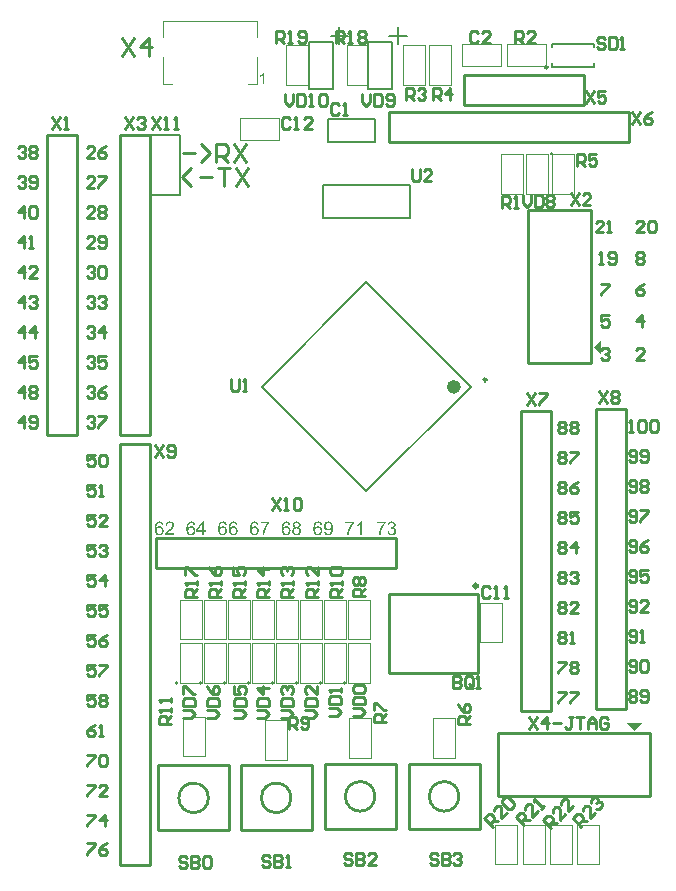
<source format=gto>
G04*
G04 #@! TF.GenerationSoftware,Altium Limited,Altium Designer,20.1.10 (176)*
G04*
G04 Layer_Color=65535*
%FSLAX24Y24*%
%MOIN*%
G70*
G04*
G04 #@! TF.SameCoordinates,9D01BC41-1964-44B2-BAAF-85125F902256*
G04*
G04*
G04 #@! TF.FilePolarity,Positive*
G04*
G01*
G75*
%ADD10C,0.0098*%
%ADD11C,0.0059*%
%ADD12C,0.0100*%
%ADD13C,0.0157*%
%ADD14C,0.0236*%
%ADD15C,0.0079*%
%ADD16C,0.0047*%
%ADD17C,0.0039*%
%ADD18C,0.0060*%
G36*
X21292Y4982D02*
X21046Y4736D01*
X20800Y4982D01*
X21292Y4982D01*
D02*
G37*
G36*
X19928Y17286D02*
X19682Y17532D01*
X19928Y17778D01*
X19928Y17286D01*
D02*
G37*
G36*
X8707Y26299D02*
X8660D01*
Y26595D01*
X8660Y26594D01*
X8659Y26594D01*
X8658Y26593D01*
X8657Y26592D01*
X8655Y26590D01*
X8653Y26589D01*
X8651Y26587D01*
X8648Y26584D01*
X8645Y26582D01*
X8642Y26580D01*
X8638Y26577D01*
X8634Y26574D01*
X8630Y26571D01*
X8626Y26568D01*
X8616Y26562D01*
X8616Y26562D01*
X8615Y26562D01*
X8613Y26561D01*
X8611Y26560D01*
X8609Y26559D01*
X8606Y26557D01*
X8603Y26555D01*
X8600Y26553D01*
X8592Y26550D01*
X8584Y26546D01*
X8576Y26542D01*
X8567Y26539D01*
Y26583D01*
X8568Y26584D01*
X8569Y26584D01*
X8571Y26585D01*
X8574Y26587D01*
X8577Y26588D01*
X8581Y26590D01*
X8586Y26593D01*
X8590Y26596D01*
X8595Y26599D01*
X8601Y26602D01*
X8612Y26610D01*
X8624Y26618D01*
X8635Y26628D01*
X8636Y26628D01*
X8637Y26629D01*
X8638Y26630D01*
X8640Y26632D01*
X8642Y26634D01*
X8645Y26637D01*
X8648Y26640D01*
X8651Y26644D01*
X8655Y26648D01*
X8658Y26652D01*
X8665Y26660D01*
X8671Y26669D01*
X8674Y26674D01*
X8677Y26678D01*
X8707D01*
Y26299D01*
D02*
G37*
G36*
X10505Y11713D02*
X10509D01*
X10513Y11713D01*
X10519Y11712D01*
X10525Y11711D01*
X10531Y11710D01*
X10538Y11709D01*
X10545Y11707D01*
X10552Y11704D01*
X10559Y11701D01*
X10567Y11698D01*
X10574Y11693D01*
X10581Y11689D01*
X10588Y11684D01*
X10588Y11683D01*
X10589Y11682D01*
X10591Y11680D01*
X10593Y11678D01*
X10596Y11675D01*
X10599Y11671D01*
X10602Y11667D01*
X10606Y11662D01*
X10609Y11656D01*
X10613Y11650D01*
X10616Y11643D01*
X10619Y11636D01*
X10623Y11628D01*
X10625Y11619D01*
X10627Y11610D01*
X10629Y11601D01*
X10574Y11596D01*
Y11597D01*
X10573Y11598D01*
X10573Y11600D01*
X10572Y11602D01*
X10571Y11605D01*
X10571Y11608D01*
X10568Y11615D01*
X10565Y11622D01*
X10561Y11630D01*
X10557Y11638D01*
X10555Y11641D01*
X10552Y11644D01*
X10552Y11644D01*
X10551Y11645D01*
X10550Y11646D01*
X10548Y11648D01*
X10546Y11650D01*
X10543Y11651D01*
X10540Y11654D01*
X10537Y11656D01*
X10533Y11658D01*
X10529Y11660D01*
X10524Y11662D01*
X10519Y11664D01*
X10514Y11666D01*
X10509Y11667D01*
X10503Y11668D01*
X10497Y11668D01*
X10494D01*
X10492Y11668D01*
X10490D01*
X10487Y11667D01*
X10484Y11667D01*
X10481Y11666D01*
X10473Y11664D01*
X10466Y11662D01*
X10458Y11658D01*
X10454Y11655D01*
X10450Y11653D01*
X10450Y11652D01*
X10449Y11652D01*
X10447Y11651D01*
X10446Y11649D01*
X10443Y11647D01*
X10441Y11645D01*
X10438Y11642D01*
X10435Y11639D01*
X10431Y11635D01*
X10428Y11631D01*
X10425Y11626D01*
X10421Y11621D01*
X10418Y11616D01*
X10414Y11610D01*
X10411Y11604D01*
X10408Y11597D01*
Y11597D01*
X10408Y11595D01*
X10407Y11593D01*
X10406Y11590D01*
X10405Y11587D01*
X10403Y11582D01*
X10402Y11576D01*
X10401Y11570D01*
X10399Y11563D01*
X10398Y11555D01*
X10396Y11547D01*
X10395Y11537D01*
X10394Y11527D01*
X10393Y11516D01*
X10393Y11505D01*
X10393Y11492D01*
X10393Y11492D01*
X10394Y11493D01*
X10395Y11495D01*
X10396Y11497D01*
X10398Y11500D01*
X10401Y11503D01*
X10403Y11506D01*
X10407Y11509D01*
X10410Y11513D01*
X10413Y11517D01*
X10422Y11524D01*
X10431Y11531D01*
X10436Y11535D01*
X10442Y11538D01*
X10442Y11538D01*
X10443Y11538D01*
X10445Y11539D01*
X10447Y11540D01*
X10450Y11541D01*
X10452Y11543D01*
X10456Y11544D01*
X10460Y11545D01*
X10465Y11547D01*
X10470Y11548D01*
X10480Y11550D01*
X10491Y11552D01*
X10497Y11553D01*
X10506D01*
X10509Y11552D01*
X10512Y11552D01*
X10517Y11551D01*
X10523Y11550D01*
X10529Y11549D01*
X10536Y11547D01*
X10543Y11546D01*
X10551Y11543D01*
X10558Y11539D01*
X10567Y11535D01*
X10575Y11530D01*
X10582Y11525D01*
X10590Y11519D01*
X10598Y11511D01*
X10598Y11511D01*
X10599Y11509D01*
X10601Y11507D01*
X10604Y11504D01*
X10607Y11500D01*
X10610Y11495D01*
X10614Y11489D01*
X10617Y11483D01*
X10621Y11476D01*
X10625Y11467D01*
X10628Y11459D01*
X10631Y11449D01*
X10634Y11439D01*
X10636Y11429D01*
X10637Y11417D01*
X10637Y11405D01*
Y11405D01*
Y11403D01*
Y11401D01*
X10637Y11398D01*
X10637Y11394D01*
X10636Y11390D01*
X10636Y11385D01*
X10635Y11380D01*
X10634Y11374D01*
X10633Y11367D01*
X10631Y11361D01*
X10629Y11354D01*
X10627Y11347D01*
X10625Y11340D01*
X10622Y11333D01*
X10618Y11326D01*
X10618Y11326D01*
X10617Y11324D01*
X10616Y11322D01*
X10615Y11320D01*
X10613Y11317D01*
X10611Y11313D01*
X10608Y11310D01*
X10605Y11305D01*
X10602Y11301D01*
X10598Y11296D01*
X10594Y11292D01*
X10589Y11287D01*
X10585Y11282D01*
X10579Y11278D01*
X10574Y11274D01*
X10568Y11270D01*
X10568Y11270D01*
X10567Y11269D01*
X10565Y11268D01*
X10562Y11267D01*
X10559Y11265D01*
X10555Y11264D01*
X10552Y11262D01*
X10547Y11260D01*
X10542Y11259D01*
X10536Y11257D01*
X10530Y11255D01*
X10524Y11254D01*
X10517Y11252D01*
X10510Y11252D01*
X10502Y11251D01*
X10495Y11251D01*
X10492D01*
X10490Y11251D01*
X10488D01*
X10483Y11251D01*
X10477Y11252D01*
X10471Y11253D01*
X10463Y11255D01*
X10454Y11257D01*
X10446Y11260D01*
X10436Y11263D01*
X10427Y11267D01*
X10418Y11272D01*
X10408Y11278D01*
X10399Y11285D01*
X10390Y11293D01*
X10381Y11302D01*
X10381Y11302D01*
X10379Y11304D01*
X10377Y11307D01*
X10374Y11312D01*
X10371Y11317D01*
X10369Y11321D01*
X10368Y11324D01*
X10366Y11328D01*
X10364Y11332D01*
X10361Y11337D01*
X10359Y11342D01*
X10357Y11347D01*
X10355Y11353D01*
X10353Y11359D01*
X10351Y11365D01*
X10350Y11372D01*
X10348Y11379D01*
X10346Y11387D01*
X10344Y11395D01*
X10343Y11403D01*
X10341Y11411D01*
X10340Y11420D01*
X10339Y11429D01*
X10338Y11439D01*
X10338Y11449D01*
X10337Y11460D01*
Y11470D01*
Y11471D01*
Y11472D01*
Y11474D01*
Y11476D01*
X10338Y11479D01*
Y11483D01*
X10338Y11487D01*
Y11492D01*
X10338Y11497D01*
X10339Y11503D01*
X10339Y11509D01*
X10340Y11515D01*
X10341Y11529D01*
X10344Y11544D01*
X10346Y11559D01*
X10349Y11575D01*
X10353Y11591D01*
X10358Y11607D01*
X10363Y11622D01*
X10370Y11636D01*
X10373Y11643D01*
X10377Y11650D01*
X10382Y11656D01*
X10386Y11662D01*
X10387Y11662D01*
X10388Y11664D01*
X10390Y11667D01*
X10394Y11670D01*
X10398Y11674D01*
X10403Y11678D01*
X10409Y11683D01*
X10416Y11688D01*
X10424Y11692D01*
X10432Y11697D01*
X10442Y11702D01*
X10452Y11706D01*
X10463Y11709D01*
X10474Y11711D01*
X10487Y11713D01*
X10500Y11714D01*
X10502D01*
X10505Y11713D01*
D02*
G37*
G36*
X9448D02*
X9451D01*
X9456Y11713D01*
X9461Y11712D01*
X9467Y11711D01*
X9474Y11710D01*
X9480Y11709D01*
X9488Y11707D01*
X9495Y11704D01*
X9502Y11701D01*
X9509Y11698D01*
X9517Y11693D01*
X9524Y11689D01*
X9530Y11684D01*
X9530Y11683D01*
X9532Y11682D01*
X9533Y11680D01*
X9536Y11678D01*
X9538Y11675D01*
X9541Y11671D01*
X9545Y11667D01*
X9548Y11662D01*
X9552Y11656D01*
X9555Y11650D01*
X9559Y11643D01*
X9562Y11636D01*
X9565Y11628D01*
X9568Y11619D01*
X9570Y11610D01*
X9571Y11601D01*
X9516Y11596D01*
Y11597D01*
X9516Y11598D01*
X9515Y11600D01*
X9515Y11602D01*
X9514Y11605D01*
X9513Y11608D01*
X9510Y11615D01*
X9508Y11622D01*
X9504Y11630D01*
X9500Y11638D01*
X9497Y11641D01*
X9495Y11644D01*
X9494Y11644D01*
X9494Y11645D01*
X9492Y11646D01*
X9491Y11648D01*
X9488Y11650D01*
X9486Y11651D01*
X9483Y11654D01*
X9479Y11656D01*
X9475Y11658D01*
X9471Y11660D01*
X9467Y11662D01*
X9462Y11664D01*
X9457Y11666D01*
X9451Y11667D01*
X9445Y11668D01*
X9439Y11668D01*
X9437D01*
X9435Y11668D01*
X9432D01*
X9430Y11667D01*
X9427Y11667D01*
X9423Y11666D01*
X9416Y11664D01*
X9408Y11662D01*
X9400Y11658D01*
X9396Y11655D01*
X9392Y11653D01*
X9392Y11652D01*
X9391Y11652D01*
X9390Y11651D01*
X9388Y11649D01*
X9386Y11647D01*
X9383Y11645D01*
X9381Y11642D01*
X9377Y11639D01*
X9374Y11635D01*
X9371Y11631D01*
X9367Y11626D01*
X9364Y11621D01*
X9360Y11616D01*
X9357Y11610D01*
X9354Y11604D01*
X9351Y11597D01*
Y11597D01*
X9350Y11595D01*
X9349Y11593D01*
X9348Y11590D01*
X9347Y11587D01*
X9346Y11582D01*
X9344Y11576D01*
X9343Y11570D01*
X9342Y11563D01*
X9340Y11555D01*
X9339Y11547D01*
X9338Y11537D01*
X9337Y11527D01*
X9336Y11516D01*
X9336Y11505D01*
X9335Y11492D01*
X9336Y11492D01*
X9336Y11493D01*
X9337Y11495D01*
X9339Y11497D01*
X9341Y11500D01*
X9343Y11503D01*
X9346Y11506D01*
X9349Y11509D01*
X9352Y11513D01*
X9356Y11517D01*
X9365Y11524D01*
X9374Y11531D01*
X9379Y11535D01*
X9384Y11538D01*
X9385Y11538D01*
X9385Y11538D01*
X9387Y11539D01*
X9389Y11540D01*
X9392Y11541D01*
X9395Y11543D01*
X9399Y11544D01*
X9403Y11545D01*
X9407Y11547D01*
X9412Y11548D01*
X9422Y11550D01*
X9434Y11552D01*
X9440Y11553D01*
X9448D01*
X9451Y11552D01*
X9455Y11552D01*
X9460Y11551D01*
X9465Y11550D01*
X9471Y11549D01*
X9478Y11547D01*
X9486Y11546D01*
X9493Y11543D01*
X9501Y11539D01*
X9509Y11535D01*
X9517Y11530D01*
X9525Y11525D01*
X9533Y11519D01*
X9540Y11511D01*
X9541Y11511D01*
X9542Y11509D01*
X9544Y11507D01*
X9547Y11504D01*
X9549Y11500D01*
X9553Y11495D01*
X9556Y11489D01*
X9560Y11483D01*
X9564Y11476D01*
X9567Y11467D01*
X9571Y11459D01*
X9573Y11449D01*
X9576Y11439D01*
X9578Y11429D01*
X9579Y11417D01*
X9580Y11405D01*
Y11405D01*
Y11403D01*
Y11401D01*
X9579Y11398D01*
X9579Y11394D01*
X9579Y11390D01*
X9578Y11385D01*
X9577Y11380D01*
X9576Y11374D01*
X9575Y11367D01*
X9574Y11361D01*
X9572Y11354D01*
X9570Y11347D01*
X9567Y11340D01*
X9564Y11333D01*
X9561Y11326D01*
X9561Y11326D01*
X9560Y11324D01*
X9559Y11322D01*
X9558Y11320D01*
X9556Y11317D01*
X9553Y11313D01*
X9551Y11310D01*
X9548Y11305D01*
X9544Y11301D01*
X9541Y11296D01*
X9536Y11292D01*
X9532Y11287D01*
X9527Y11282D01*
X9522Y11278D01*
X9516Y11274D01*
X9510Y11270D01*
X9510Y11270D01*
X9509Y11269D01*
X9507Y11268D01*
X9505Y11267D01*
X9502Y11265D01*
X9498Y11264D01*
X9494Y11262D01*
X9489Y11260D01*
X9484Y11259D01*
X9479Y11257D01*
X9472Y11255D01*
X9466Y11254D01*
X9459Y11252D01*
X9452Y11252D01*
X9445Y11251D01*
X9437Y11251D01*
X9434D01*
X9433Y11251D01*
X9431D01*
X9426Y11251D01*
X9420Y11252D01*
X9413Y11253D01*
X9406Y11255D01*
X9397Y11257D01*
X9388Y11260D01*
X9379Y11263D01*
X9370Y11267D01*
X9360Y11272D01*
X9351Y11278D01*
X9341Y11285D01*
X9332Y11293D01*
X9324Y11302D01*
X9324Y11302D01*
X9322Y11304D01*
X9320Y11307D01*
X9317Y11312D01*
X9314Y11317D01*
X9312Y11321D01*
X9310Y11324D01*
X9308Y11328D01*
X9306Y11332D01*
X9304Y11337D01*
X9302Y11342D01*
X9300Y11347D01*
X9298Y11353D01*
X9296Y11359D01*
X9294Y11365D01*
X9292Y11372D01*
X9290Y11379D01*
X9288Y11387D01*
X9287Y11395D01*
X9285Y11403D01*
X9284Y11411D01*
X9283Y11420D01*
X9282Y11429D01*
X9281Y11439D01*
X9281Y11449D01*
X9280Y11460D01*
Y11470D01*
Y11471D01*
Y11472D01*
Y11474D01*
Y11476D01*
X9280Y11479D01*
Y11483D01*
X9281Y11487D01*
Y11492D01*
X9281Y11497D01*
X9282Y11503D01*
X9282Y11509D01*
X9283Y11515D01*
X9284Y11529D01*
X9286Y11544D01*
X9288Y11559D01*
X9292Y11575D01*
X9296Y11591D01*
X9300Y11607D01*
X9306Y11622D01*
X9312Y11636D01*
X9316Y11643D01*
X9320Y11650D01*
X9324Y11656D01*
X9328Y11662D01*
X9329Y11662D01*
X9330Y11664D01*
X9333Y11667D01*
X9336Y11670D01*
X9341Y11674D01*
X9345Y11678D01*
X9352Y11683D01*
X9359Y11688D01*
X9366Y11692D01*
X9375Y11697D01*
X9384Y11702D01*
X9394Y11706D01*
X9406Y11709D01*
X9417Y11711D01*
X9429Y11713D01*
X9443Y11714D01*
X9445D01*
X9448Y11713D01*
D02*
G37*
G36*
X8390D02*
X8394D01*
X8399Y11713D01*
X8404Y11712D01*
X8410Y11711D01*
X8416Y11710D01*
X8423Y11709D01*
X8430Y11707D01*
X8437Y11704D01*
X8444Y11701D01*
X8452Y11698D01*
X8459Y11693D01*
X8466Y11689D01*
X8473Y11684D01*
X8473Y11683D01*
X8474Y11682D01*
X8476Y11680D01*
X8478Y11678D01*
X8481Y11675D01*
X8484Y11671D01*
X8487Y11667D01*
X8491Y11662D01*
X8494Y11656D01*
X8498Y11650D01*
X8502Y11643D01*
X8504Y11636D01*
X8508Y11628D01*
X8510Y11619D01*
X8512Y11610D01*
X8514Y11601D01*
X8459Y11596D01*
Y11597D01*
X8458Y11598D01*
X8458Y11600D01*
X8457Y11602D01*
X8456Y11605D01*
X8456Y11608D01*
X8453Y11615D01*
X8450Y11622D01*
X8446Y11630D01*
X8442Y11638D01*
X8440Y11641D01*
X8437Y11644D01*
X8437Y11644D01*
X8436Y11645D01*
X8435Y11646D01*
X8433Y11648D01*
X8431Y11650D01*
X8428Y11651D01*
X8425Y11654D01*
X8422Y11656D01*
X8418Y11658D01*
X8414Y11660D01*
X8409Y11662D01*
X8404Y11664D01*
X8399Y11666D01*
X8394Y11667D01*
X8388Y11668D01*
X8382Y11668D01*
X8379D01*
X8377Y11668D01*
X8375D01*
X8372Y11667D01*
X8369Y11667D01*
X8366Y11666D01*
X8359Y11664D01*
X8351Y11662D01*
X8343Y11658D01*
X8339Y11655D01*
X8335Y11653D01*
X8335Y11652D01*
X8334Y11652D01*
X8332Y11651D01*
X8331Y11649D01*
X8328Y11647D01*
X8326Y11645D01*
X8323Y11642D01*
X8320Y11639D01*
X8317Y11635D01*
X8313Y11631D01*
X8310Y11626D01*
X8306Y11621D01*
X8303Y11616D01*
X8299Y11610D01*
X8296Y11604D01*
X8293Y11597D01*
Y11597D01*
X8293Y11595D01*
X8292Y11593D01*
X8291Y11590D01*
X8290Y11587D01*
X8288Y11582D01*
X8287Y11576D01*
X8286Y11570D01*
X8284Y11563D01*
X8283Y11555D01*
X8281Y11547D01*
X8280Y11537D01*
X8279Y11527D01*
X8278Y11516D01*
X8278Y11505D01*
X8278Y11492D01*
X8278Y11492D01*
X8279Y11493D01*
X8280Y11495D01*
X8281Y11497D01*
X8283Y11500D01*
X8286Y11503D01*
X8288Y11506D01*
X8292Y11509D01*
X8295Y11513D01*
X8299Y11517D01*
X8307Y11524D01*
X8316Y11531D01*
X8321Y11535D01*
X8327Y11538D01*
X8327Y11538D01*
X8328Y11538D01*
X8330Y11539D01*
X8332Y11540D01*
X8335Y11541D01*
X8338Y11543D01*
X8341Y11544D01*
X8345Y11545D01*
X8350Y11547D01*
X8355Y11548D01*
X8365Y11550D01*
X8376Y11552D01*
X8382Y11553D01*
X8391D01*
X8394Y11552D01*
X8397Y11552D01*
X8402Y11551D01*
X8408Y11550D01*
X8414Y11549D01*
X8421Y11547D01*
X8428Y11546D01*
X8436Y11543D01*
X8443Y11539D01*
X8452Y11535D01*
X8460Y11530D01*
X8467Y11525D01*
X8475Y11519D01*
X8483Y11511D01*
X8483Y11511D01*
X8484Y11509D01*
X8486Y11507D01*
X8489Y11504D01*
X8492Y11500D01*
X8495Y11495D01*
X8499Y11489D01*
X8503Y11483D01*
X8506Y11476D01*
X8510Y11467D01*
X8513Y11459D01*
X8516Y11449D01*
X8519Y11439D01*
X8521Y11429D01*
X8522Y11417D01*
X8522Y11405D01*
Y11405D01*
Y11403D01*
Y11401D01*
X8522Y11398D01*
X8522Y11394D01*
X8521Y11390D01*
X8521Y11385D01*
X8520Y11380D01*
X8519Y11374D01*
X8518Y11367D01*
X8516Y11361D01*
X8514Y11354D01*
X8512Y11347D01*
X8510Y11340D01*
X8507Y11333D01*
X8504Y11326D01*
X8503Y11326D01*
X8503Y11324D01*
X8502Y11322D01*
X8500Y11320D01*
X8498Y11317D01*
X8496Y11313D01*
X8493Y11310D01*
X8490Y11305D01*
X8487Y11301D01*
X8483Y11296D01*
X8479Y11292D01*
X8474Y11287D01*
X8470Y11282D01*
X8464Y11278D01*
X8459Y11274D01*
X8453Y11270D01*
X8453Y11270D01*
X8452Y11269D01*
X8450Y11268D01*
X8447Y11267D01*
X8444Y11265D01*
X8441Y11264D01*
X8437Y11262D01*
X8432Y11260D01*
X8427Y11259D01*
X8421Y11257D01*
X8415Y11255D01*
X8409Y11254D01*
X8402Y11252D01*
X8395Y11252D01*
X8387Y11251D01*
X8380Y11251D01*
X8377D01*
X8375Y11251D01*
X8373D01*
X8368Y11251D01*
X8362Y11252D01*
X8356Y11253D01*
X8348Y11255D01*
X8340Y11257D01*
X8331Y11260D01*
X8321Y11263D01*
X8312Y11267D01*
X8303Y11272D01*
X8293Y11278D01*
X8284Y11285D01*
X8275Y11293D01*
X8266Y11302D01*
X8266Y11302D01*
X8264Y11304D01*
X8262Y11307D01*
X8259Y11312D01*
X8256Y11317D01*
X8254Y11321D01*
X8253Y11324D01*
X8251Y11328D01*
X8249Y11332D01*
X8246Y11337D01*
X8244Y11342D01*
X8242Y11347D01*
X8240Y11353D01*
X8238Y11359D01*
X8236Y11365D01*
X8235Y11372D01*
X8233Y11379D01*
X8231Y11387D01*
X8229Y11395D01*
X8228Y11403D01*
X8226Y11411D01*
X8225Y11420D01*
X8224Y11429D01*
X8223Y11439D01*
X8223Y11449D01*
X8222Y11460D01*
Y11470D01*
Y11471D01*
Y11472D01*
Y11474D01*
Y11476D01*
X8223Y11479D01*
Y11483D01*
X8223Y11487D01*
Y11492D01*
X8223Y11497D01*
X8224Y11503D01*
X8224Y11509D01*
X8225Y11515D01*
X8226Y11529D01*
X8229Y11544D01*
X8231Y11559D01*
X8234Y11575D01*
X8238Y11591D01*
X8243Y11607D01*
X8248Y11622D01*
X8255Y11636D01*
X8259Y11643D01*
X8262Y11650D01*
X8267Y11656D01*
X8271Y11662D01*
X8272Y11662D01*
X8273Y11664D01*
X8275Y11667D01*
X8279Y11670D01*
X8283Y11674D01*
X8288Y11678D01*
X8294Y11683D01*
X8301Y11688D01*
X8309Y11692D01*
X8318Y11697D01*
X8327Y11702D01*
X8337Y11706D01*
X8348Y11709D01*
X8360Y11711D01*
X8372Y11713D01*
X8385Y11714D01*
X8387D01*
X8390Y11713D01*
D02*
G37*
G36*
X7685D02*
X7689D01*
X7694Y11713D01*
X7699Y11712D01*
X7705Y11711D01*
X7711Y11710D01*
X7718Y11709D01*
X7725Y11707D01*
X7732Y11704D01*
X7740Y11701D01*
X7747Y11698D01*
X7754Y11693D01*
X7761Y11689D01*
X7768Y11684D01*
X7768Y11683D01*
X7769Y11682D01*
X7771Y11680D01*
X7773Y11678D01*
X7776Y11675D01*
X7779Y11671D01*
X7782Y11667D01*
X7786Y11662D01*
X7789Y11656D01*
X7793Y11650D01*
X7797Y11643D01*
X7800Y11636D01*
X7803Y11628D01*
X7806Y11619D01*
X7807Y11610D01*
X7809Y11601D01*
X7754Y11596D01*
Y11597D01*
X7753Y11598D01*
X7753Y11600D01*
X7752Y11602D01*
X7751Y11605D01*
X7751Y11608D01*
X7748Y11615D01*
X7745Y11622D01*
X7742Y11630D01*
X7737Y11638D01*
X7735Y11641D01*
X7732Y11644D01*
X7732Y11644D01*
X7731Y11645D01*
X7730Y11646D01*
X7728Y11648D01*
X7726Y11650D01*
X7724Y11651D01*
X7721Y11654D01*
X7717Y11656D01*
X7713Y11658D01*
X7709Y11660D01*
X7704Y11662D01*
X7700Y11664D01*
X7694Y11666D01*
X7689Y11667D01*
X7683Y11668D01*
X7677Y11668D01*
X7674D01*
X7672Y11668D01*
X7670D01*
X7667Y11667D01*
X7664Y11667D01*
X7661Y11666D01*
X7654Y11664D01*
X7646Y11662D01*
X7638Y11658D01*
X7634Y11655D01*
X7630Y11653D01*
X7630Y11652D01*
X7629Y11652D01*
X7627Y11651D01*
X7626Y11649D01*
X7623Y11647D01*
X7621Y11645D01*
X7618Y11642D01*
X7615Y11639D01*
X7612Y11635D01*
X7608Y11631D01*
X7605Y11626D01*
X7602Y11621D01*
X7598Y11616D01*
X7595Y11610D01*
X7591Y11604D01*
X7588Y11597D01*
Y11597D01*
X7588Y11595D01*
X7587Y11593D01*
X7586Y11590D01*
X7585Y11587D01*
X7583Y11582D01*
X7582Y11576D01*
X7581Y11570D01*
X7580Y11563D01*
X7578Y11555D01*
X7577Y11547D01*
X7576Y11537D01*
X7575Y11527D01*
X7574Y11516D01*
X7573Y11505D01*
X7573Y11492D01*
X7573Y11492D01*
X7574Y11493D01*
X7575Y11495D01*
X7577Y11497D01*
X7579Y11500D01*
X7581Y11503D01*
X7583Y11506D01*
X7587Y11509D01*
X7590Y11513D01*
X7594Y11517D01*
X7602Y11524D01*
X7611Y11531D01*
X7617Y11535D01*
X7622Y11538D01*
X7622Y11538D01*
X7623Y11538D01*
X7625Y11539D01*
X7627Y11540D01*
X7630Y11541D01*
X7633Y11543D01*
X7636Y11544D01*
X7641Y11545D01*
X7645Y11547D01*
X7650Y11548D01*
X7660Y11550D01*
X7671Y11552D01*
X7677Y11553D01*
X7686D01*
X7689Y11552D01*
X7692Y11552D01*
X7697Y11551D01*
X7703Y11550D01*
X7709Y11549D01*
X7716Y11547D01*
X7723Y11546D01*
X7731Y11543D01*
X7739Y11539D01*
X7747Y11535D01*
X7755Y11530D01*
X7763Y11525D01*
X7770Y11519D01*
X7778Y11511D01*
X7778Y11511D01*
X7780Y11509D01*
X7782Y11507D01*
X7784Y11504D01*
X7787Y11500D01*
X7790Y11495D01*
X7794Y11489D01*
X7798Y11483D01*
X7801Y11476D01*
X7805Y11467D01*
X7808Y11459D01*
X7811Y11449D01*
X7814Y11439D01*
X7816Y11429D01*
X7817Y11417D01*
X7817Y11405D01*
Y11405D01*
Y11403D01*
Y11401D01*
X7817Y11398D01*
X7817Y11394D01*
X7816Y11390D01*
X7816Y11385D01*
X7815Y11380D01*
X7814Y11374D01*
X7813Y11367D01*
X7811Y11361D01*
X7809Y11354D01*
X7807Y11347D01*
X7805Y11340D01*
X7802Y11333D01*
X7799Y11326D01*
X7798Y11326D01*
X7798Y11324D01*
X7797Y11322D01*
X7795Y11320D01*
X7793Y11317D01*
X7791Y11313D01*
X7788Y11310D01*
X7786Y11305D01*
X7782Y11301D01*
X7778Y11296D01*
X7774Y11292D01*
X7769Y11287D01*
X7765Y11282D01*
X7760Y11278D01*
X7754Y11274D01*
X7748Y11270D01*
X7748Y11270D01*
X7747Y11269D01*
X7745Y11268D01*
X7743Y11267D01*
X7739Y11265D01*
X7736Y11264D01*
X7732Y11262D01*
X7727Y11260D01*
X7722Y11259D01*
X7716Y11257D01*
X7710Y11255D01*
X7704Y11254D01*
X7697Y11252D01*
X7690Y11252D01*
X7683Y11251D01*
X7675Y11251D01*
X7672D01*
X7670Y11251D01*
X7668D01*
X7663Y11251D01*
X7658Y11252D01*
X7651Y11253D01*
X7643Y11255D01*
X7635Y11257D01*
X7626Y11260D01*
X7617Y11263D01*
X7607Y11267D01*
X7598Y11272D01*
X7588Y11278D01*
X7579Y11285D01*
X7570Y11293D01*
X7562Y11302D01*
X7561Y11302D01*
X7560Y11304D01*
X7558Y11307D01*
X7555Y11312D01*
X7551Y11317D01*
X7549Y11321D01*
X7548Y11324D01*
X7546Y11328D01*
X7544Y11332D01*
X7541Y11337D01*
X7540Y11342D01*
X7538Y11347D01*
X7536Y11353D01*
X7533Y11359D01*
X7531Y11365D01*
X7530Y11372D01*
X7528Y11379D01*
X7526Y11387D01*
X7524Y11395D01*
X7523Y11403D01*
X7521Y11411D01*
X7520Y11420D01*
X7520Y11429D01*
X7519Y11439D01*
X7518Y11449D01*
X7518Y11460D01*
Y11470D01*
Y11471D01*
Y11472D01*
Y11474D01*
Y11476D01*
X7518Y11479D01*
Y11483D01*
X7518Y11487D01*
Y11492D01*
X7519Y11497D01*
X7519Y11503D01*
X7520Y11509D01*
X7520Y11515D01*
X7521Y11529D01*
X7524Y11544D01*
X7526Y11559D01*
X7529Y11575D01*
X7533Y11591D01*
X7538Y11607D01*
X7543Y11622D01*
X7550Y11636D01*
X7554Y11643D01*
X7558Y11650D01*
X7562Y11656D01*
X7566Y11662D01*
X7567Y11662D01*
X7568Y11664D01*
X7570Y11667D01*
X7574Y11670D01*
X7578Y11674D01*
X7583Y11678D01*
X7589Y11683D01*
X7596Y11688D01*
X7604Y11692D01*
X7613Y11697D01*
X7622Y11702D01*
X7632Y11706D01*
X7643Y11709D01*
X7655Y11711D01*
X7667Y11713D01*
X7680Y11714D01*
X7683D01*
X7685Y11713D01*
D02*
G37*
G36*
X7333D02*
X7336D01*
X7341Y11713D01*
X7346Y11712D01*
X7352Y11711D01*
X7359Y11710D01*
X7365Y11709D01*
X7373Y11707D01*
X7380Y11704D01*
X7387Y11701D01*
X7395Y11698D01*
X7402Y11693D01*
X7409Y11689D01*
X7415Y11684D01*
X7416Y11683D01*
X7417Y11682D01*
X7418Y11680D01*
X7421Y11678D01*
X7423Y11675D01*
X7426Y11671D01*
X7430Y11667D01*
X7433Y11662D01*
X7437Y11656D01*
X7440Y11650D01*
X7444Y11643D01*
X7447Y11636D01*
X7450Y11628D01*
X7453Y11619D01*
X7455Y11610D01*
X7457Y11601D01*
X7401Y11596D01*
Y11597D01*
X7401Y11598D01*
X7400Y11600D01*
X7400Y11602D01*
X7399Y11605D01*
X7398Y11608D01*
X7396Y11615D01*
X7393Y11622D01*
X7389Y11630D01*
X7385Y11638D01*
X7382Y11641D01*
X7380Y11644D01*
X7379Y11644D01*
X7379Y11645D01*
X7377Y11646D01*
X7376Y11648D01*
X7374Y11650D01*
X7371Y11651D01*
X7368Y11654D01*
X7364Y11656D01*
X7360Y11658D01*
X7356Y11660D01*
X7352Y11662D01*
X7347Y11664D01*
X7342Y11666D01*
X7336Y11667D01*
X7330Y11668D01*
X7324Y11668D01*
X7322D01*
X7320Y11668D01*
X7317D01*
X7315Y11667D01*
X7312Y11667D01*
X7308Y11666D01*
X7301Y11664D01*
X7293Y11662D01*
X7285Y11658D01*
X7281Y11655D01*
X7277Y11653D01*
X7277Y11652D01*
X7276Y11652D01*
X7275Y11651D01*
X7273Y11649D01*
X7271Y11647D01*
X7268Y11645D01*
X7266Y11642D01*
X7262Y11639D01*
X7259Y11635D01*
X7256Y11631D01*
X7252Y11626D01*
X7249Y11621D01*
X7245Y11616D01*
X7242Y11610D01*
X7239Y11604D01*
X7236Y11597D01*
Y11597D01*
X7235Y11595D01*
X7234Y11593D01*
X7233Y11590D01*
X7232Y11587D01*
X7231Y11582D01*
X7230Y11576D01*
X7228Y11570D01*
X7227Y11563D01*
X7225Y11555D01*
X7224Y11547D01*
X7223Y11537D01*
X7222Y11527D01*
X7221Y11516D01*
X7221Y11505D01*
X7220Y11492D01*
X7221Y11492D01*
X7221Y11493D01*
X7222Y11495D01*
X7224Y11497D01*
X7226Y11500D01*
X7228Y11503D01*
X7231Y11506D01*
X7234Y11509D01*
X7237Y11513D01*
X7241Y11517D01*
X7250Y11524D01*
X7259Y11531D01*
X7264Y11535D01*
X7269Y11538D01*
X7270Y11538D01*
X7271Y11538D01*
X7272Y11539D01*
X7274Y11540D01*
X7277Y11541D01*
X7280Y11543D01*
X7284Y11544D01*
X7288Y11545D01*
X7292Y11547D01*
X7297Y11548D01*
X7307Y11550D01*
X7319Y11552D01*
X7325Y11553D01*
X7333D01*
X7336Y11552D01*
X7340Y11552D01*
X7345Y11551D01*
X7350Y11550D01*
X7357Y11549D01*
X7363Y11547D01*
X7371Y11546D01*
X7378Y11543D01*
X7386Y11539D01*
X7394Y11535D01*
X7402Y11530D01*
X7410Y11525D01*
X7418Y11519D01*
X7425Y11511D01*
X7426Y11511D01*
X7427Y11509D01*
X7429Y11507D01*
X7432Y11504D01*
X7435Y11500D01*
X7438Y11495D01*
X7441Y11489D01*
X7445Y11483D01*
X7449Y11476D01*
X7452Y11467D01*
X7456Y11459D01*
X7459Y11449D01*
X7461Y11439D01*
X7463Y11429D01*
X7464Y11417D01*
X7465Y11405D01*
Y11405D01*
Y11403D01*
Y11401D01*
X7464Y11398D01*
X7464Y11394D01*
X7464Y11390D01*
X7463Y11385D01*
X7462Y11380D01*
X7461Y11374D01*
X7460Y11367D01*
X7459Y11361D01*
X7457Y11354D01*
X7455Y11347D01*
X7452Y11340D01*
X7449Y11333D01*
X7446Y11326D01*
X7446Y11326D01*
X7445Y11324D01*
X7444Y11322D01*
X7443Y11320D01*
X7441Y11317D01*
X7438Y11313D01*
X7436Y11310D01*
X7433Y11305D01*
X7429Y11301D01*
X7426Y11296D01*
X7421Y11292D01*
X7417Y11287D01*
X7412Y11282D01*
X7407Y11278D01*
X7401Y11274D01*
X7396Y11270D01*
X7395Y11270D01*
X7394Y11269D01*
X7392Y11268D01*
X7390Y11267D01*
X7387Y11265D01*
X7383Y11264D01*
X7379Y11262D01*
X7374Y11260D01*
X7369Y11259D01*
X7364Y11257D01*
X7357Y11255D01*
X7351Y11254D01*
X7344Y11252D01*
X7337Y11252D01*
X7330Y11251D01*
X7322Y11251D01*
X7319D01*
X7318Y11251D01*
X7316D01*
X7311Y11251D01*
X7305Y11252D01*
X7298Y11253D01*
X7291Y11255D01*
X7282Y11257D01*
X7273Y11260D01*
X7264Y11263D01*
X7255Y11267D01*
X7245Y11272D01*
X7236Y11278D01*
X7226Y11285D01*
X7217Y11293D01*
X7209Y11302D01*
X7209Y11302D01*
X7207Y11304D01*
X7205Y11307D01*
X7202Y11312D01*
X7199Y11317D01*
X7197Y11321D01*
X7195Y11324D01*
X7193Y11328D01*
X7191Y11332D01*
X7189Y11337D01*
X7187Y11342D01*
X7185Y11347D01*
X7183Y11353D01*
X7181Y11359D01*
X7179Y11365D01*
X7177Y11372D01*
X7175Y11379D01*
X7173Y11387D01*
X7172Y11395D01*
X7170Y11403D01*
X7169Y11411D01*
X7168Y11420D01*
X7167Y11429D01*
X7166Y11439D01*
X7166Y11449D01*
X7165Y11460D01*
Y11470D01*
Y11471D01*
Y11472D01*
Y11474D01*
Y11476D01*
X7165Y11479D01*
Y11483D01*
X7166Y11487D01*
Y11492D01*
X7166Y11497D01*
X7167Y11503D01*
X7167Y11509D01*
X7168Y11515D01*
X7169Y11529D01*
X7171Y11544D01*
X7173Y11559D01*
X7177Y11575D01*
X7181Y11591D01*
X7185Y11607D01*
X7191Y11622D01*
X7197Y11636D01*
X7201Y11643D01*
X7205Y11650D01*
X7209Y11656D01*
X7213Y11662D01*
X7214Y11662D01*
X7215Y11664D01*
X7218Y11667D01*
X7221Y11670D01*
X7226Y11674D01*
X7231Y11678D01*
X7237Y11683D01*
X7244Y11688D01*
X7252Y11692D01*
X7260Y11697D01*
X7269Y11702D01*
X7279Y11706D01*
X7291Y11709D01*
X7302Y11711D01*
X7315Y11713D01*
X7328Y11714D01*
X7330D01*
X7333Y11713D01*
D02*
G37*
G36*
X6275D02*
X6279D01*
X6284Y11713D01*
X6289Y11712D01*
X6295Y11711D01*
X6301Y11710D01*
X6308Y11709D01*
X6315Y11707D01*
X6322Y11704D01*
X6330Y11701D01*
X6337Y11698D01*
X6344Y11693D01*
X6351Y11689D01*
X6358Y11684D01*
X6358Y11683D01*
X6359Y11682D01*
X6361Y11680D01*
X6363Y11678D01*
X6366Y11675D01*
X6369Y11671D01*
X6372Y11667D01*
X6376Y11662D01*
X6379Y11656D01*
X6383Y11650D01*
X6387Y11643D01*
X6390Y11636D01*
X6393Y11628D01*
X6395Y11619D01*
X6397Y11610D01*
X6399Y11601D01*
X6344Y11596D01*
Y11597D01*
X6343Y11598D01*
X6343Y11600D01*
X6342Y11602D01*
X6341Y11605D01*
X6341Y11608D01*
X6338Y11615D01*
X6335Y11622D01*
X6331Y11630D01*
X6327Y11638D01*
X6325Y11641D01*
X6322Y11644D01*
X6322Y11644D01*
X6321Y11645D01*
X6320Y11646D01*
X6318Y11648D01*
X6316Y11650D01*
X6313Y11651D01*
X6310Y11654D01*
X6307Y11656D01*
X6303Y11658D01*
X6299Y11660D01*
X6294Y11662D01*
X6290Y11664D01*
X6284Y11666D01*
X6279Y11667D01*
X6273Y11668D01*
X6267Y11668D01*
X6264D01*
X6262Y11668D01*
X6260D01*
X6257Y11667D01*
X6254Y11667D01*
X6251Y11666D01*
X6244Y11664D01*
X6236Y11662D01*
X6228Y11658D01*
X6224Y11655D01*
X6220Y11653D01*
X6220Y11652D01*
X6219Y11652D01*
X6217Y11651D01*
X6216Y11649D01*
X6213Y11647D01*
X6211Y11645D01*
X6208Y11642D01*
X6205Y11639D01*
X6202Y11635D01*
X6198Y11631D01*
X6195Y11626D01*
X6191Y11621D01*
X6188Y11616D01*
X6185Y11610D01*
X6181Y11604D01*
X6178Y11597D01*
Y11597D01*
X6178Y11595D01*
X6177Y11593D01*
X6176Y11590D01*
X6175Y11587D01*
X6173Y11582D01*
X6172Y11576D01*
X6171Y11570D01*
X6169Y11563D01*
X6168Y11555D01*
X6167Y11547D01*
X6166Y11537D01*
X6165Y11527D01*
X6164Y11516D01*
X6163Y11505D01*
X6163Y11492D01*
X6163Y11492D01*
X6164Y11493D01*
X6165Y11495D01*
X6167Y11497D01*
X6168Y11500D01*
X6171Y11503D01*
X6173Y11506D01*
X6177Y11509D01*
X6180Y11513D01*
X6184Y11517D01*
X6192Y11524D01*
X6201Y11531D01*
X6207Y11535D01*
X6212Y11538D01*
X6212Y11538D01*
X6213Y11538D01*
X6215Y11539D01*
X6217Y11540D01*
X6220Y11541D01*
X6223Y11543D01*
X6226Y11544D01*
X6230Y11545D01*
X6235Y11547D01*
X6240Y11548D01*
X6250Y11550D01*
X6261Y11552D01*
X6267Y11553D01*
X6276D01*
X6279Y11552D01*
X6282Y11552D01*
X6287Y11551D01*
X6293Y11550D01*
X6299Y11549D01*
X6306Y11547D01*
X6313Y11546D01*
X6321Y11543D01*
X6329Y11539D01*
X6337Y11535D01*
X6345Y11530D01*
X6352Y11525D01*
X6360Y11519D01*
X6368Y11511D01*
X6368Y11511D01*
X6370Y11509D01*
X6372Y11507D01*
X6374Y11504D01*
X6377Y11500D01*
X6380Y11495D01*
X6384Y11489D01*
X6388Y11483D01*
X6391Y11476D01*
X6395Y11467D01*
X6398Y11459D01*
X6401Y11449D01*
X6404Y11439D01*
X6406Y11429D01*
X6407Y11417D01*
X6407Y11405D01*
Y11405D01*
Y11403D01*
Y11401D01*
X6407Y11398D01*
X6407Y11394D01*
X6406Y11390D01*
X6406Y11385D01*
X6405Y11380D01*
X6404Y11374D01*
X6403Y11367D01*
X6401Y11361D01*
X6399Y11354D01*
X6397Y11347D01*
X6395Y11340D01*
X6392Y11333D01*
X6389Y11326D01*
X6388Y11326D01*
X6388Y11324D01*
X6387Y11322D01*
X6385Y11320D01*
X6383Y11317D01*
X6381Y11313D01*
X6378Y11310D01*
X6375Y11305D01*
X6372Y11301D01*
X6368Y11296D01*
X6364Y11292D01*
X6359Y11287D01*
X6355Y11282D01*
X6350Y11278D01*
X6344Y11274D01*
X6338Y11270D01*
X6338Y11270D01*
X6337Y11269D01*
X6335Y11268D01*
X6332Y11267D01*
X6329Y11265D01*
X6326Y11264D01*
X6322Y11262D01*
X6317Y11260D01*
X6312Y11259D01*
X6306Y11257D01*
X6300Y11255D01*
X6294Y11254D01*
X6287Y11252D01*
X6280Y11252D01*
X6272Y11251D01*
X6265Y11251D01*
X6262D01*
X6260Y11251D01*
X6258D01*
X6253Y11251D01*
X6248Y11252D01*
X6241Y11253D01*
X6233Y11255D01*
X6225Y11257D01*
X6216Y11260D01*
X6207Y11263D01*
X6197Y11267D01*
X6188Y11272D01*
X6178Y11278D01*
X6169Y11285D01*
X6160Y11293D01*
X6151Y11302D01*
X6151Y11302D01*
X6149Y11304D01*
X6147Y11307D01*
X6145Y11312D01*
X6141Y11317D01*
X6139Y11321D01*
X6138Y11324D01*
X6136Y11328D01*
X6134Y11332D01*
X6131Y11337D01*
X6129Y11342D01*
X6127Y11347D01*
X6126Y11353D01*
X6123Y11359D01*
X6121Y11365D01*
X6120Y11372D01*
X6118Y11379D01*
X6116Y11387D01*
X6114Y11395D01*
X6113Y11403D01*
X6111Y11411D01*
X6110Y11420D01*
X6109Y11429D01*
X6108Y11439D01*
X6108Y11449D01*
X6107Y11460D01*
Y11470D01*
Y11471D01*
Y11472D01*
Y11474D01*
Y11476D01*
X6108Y11479D01*
Y11483D01*
X6108Y11487D01*
Y11492D01*
X6108Y11497D01*
X6109Y11503D01*
X6109Y11509D01*
X6110Y11515D01*
X6111Y11529D01*
X6114Y11544D01*
X6116Y11559D01*
X6119Y11575D01*
X6123Y11591D01*
X6128Y11607D01*
X6133Y11622D01*
X6140Y11636D01*
X6144Y11643D01*
X6147Y11650D01*
X6152Y11656D01*
X6156Y11662D01*
X6157Y11662D01*
X6158Y11664D01*
X6160Y11667D01*
X6164Y11670D01*
X6168Y11674D01*
X6173Y11678D01*
X6179Y11683D01*
X6186Y11688D01*
X6194Y11692D01*
X6203Y11697D01*
X6212Y11702D01*
X6222Y11706D01*
X6233Y11709D01*
X6245Y11711D01*
X6257Y11713D01*
X6270Y11714D01*
X6272D01*
X6275Y11713D01*
D02*
G37*
G36*
X5218D02*
X5222D01*
X5226Y11713D01*
X5231Y11712D01*
X5237Y11711D01*
X5244Y11710D01*
X5250Y11709D01*
X5258Y11707D01*
X5265Y11704D01*
X5272Y11701D01*
X5280Y11698D01*
X5287Y11693D01*
X5294Y11689D01*
X5300Y11684D01*
X5301Y11683D01*
X5302Y11682D01*
X5304Y11680D01*
X5306Y11678D01*
X5308Y11675D01*
X5311Y11671D01*
X5315Y11667D01*
X5318Y11662D01*
X5322Y11656D01*
X5326Y11650D01*
X5329Y11643D01*
X5332Y11636D01*
X5335Y11628D01*
X5338Y11619D01*
X5340Y11610D01*
X5342Y11601D01*
X5286Y11596D01*
Y11597D01*
X5286Y11598D01*
X5286Y11600D01*
X5285Y11602D01*
X5284Y11605D01*
X5283Y11608D01*
X5281Y11615D01*
X5278Y11622D01*
X5274Y11630D01*
X5270Y11638D01*
X5267Y11641D01*
X5265Y11644D01*
X5265Y11644D01*
X5264Y11645D01*
X5263Y11646D01*
X5261Y11648D01*
X5259Y11650D01*
X5256Y11651D01*
X5253Y11654D01*
X5249Y11656D01*
X5245Y11658D01*
X5241Y11660D01*
X5237Y11662D01*
X5232Y11664D01*
X5227Y11666D01*
X5221Y11667D01*
X5215Y11668D01*
X5209Y11668D01*
X5207D01*
X5205Y11668D01*
X5203D01*
X5200Y11667D01*
X5197Y11667D01*
X5193Y11666D01*
X5186Y11664D01*
X5178Y11662D01*
X5170Y11658D01*
X5166Y11655D01*
X5163Y11653D01*
X5162Y11652D01*
X5162Y11652D01*
X5160Y11651D01*
X5158Y11649D01*
X5156Y11647D01*
X5153Y11645D01*
X5151Y11642D01*
X5147Y11639D01*
X5144Y11635D01*
X5141Y11631D01*
X5137Y11626D01*
X5134Y11621D01*
X5130Y11616D01*
X5127Y11610D01*
X5124Y11604D01*
X5121Y11597D01*
Y11597D01*
X5120Y11595D01*
X5120Y11593D01*
X5119Y11590D01*
X5117Y11587D01*
X5116Y11582D01*
X5115Y11576D01*
X5113Y11570D01*
X5112Y11563D01*
X5110Y11555D01*
X5109Y11547D01*
X5108Y11537D01*
X5107Y11527D01*
X5106Y11516D01*
X5106Y11505D01*
X5105Y11492D01*
X5106Y11492D01*
X5106Y11493D01*
X5107Y11495D01*
X5109Y11497D01*
X5111Y11500D01*
X5113Y11503D01*
X5116Y11506D01*
X5119Y11509D01*
X5122Y11513D01*
X5126Y11517D01*
X5135Y11524D01*
X5144Y11531D01*
X5149Y11535D01*
X5154Y11538D01*
X5155Y11538D01*
X5156Y11538D01*
X5157Y11539D01*
X5159Y11540D01*
X5162Y11541D01*
X5165Y11543D01*
X5169Y11544D01*
X5173Y11545D01*
X5177Y11547D01*
X5182Y11548D01*
X5192Y11550D01*
X5204Y11552D01*
X5210Y11553D01*
X5218D01*
X5221Y11552D01*
X5225Y11552D01*
X5230Y11551D01*
X5235Y11550D01*
X5242Y11549D01*
X5248Y11547D01*
X5256Y11546D01*
X5263Y11543D01*
X5271Y11539D01*
X5279Y11535D01*
X5287Y11530D01*
X5295Y11525D01*
X5303Y11519D01*
X5310Y11511D01*
X5311Y11511D01*
X5312Y11509D01*
X5314Y11507D01*
X5317Y11504D01*
X5320Y11500D01*
X5323Y11495D01*
X5326Y11489D01*
X5330Y11483D01*
X5334Y11476D01*
X5337Y11467D01*
X5341Y11459D01*
X5344Y11449D01*
X5346Y11439D01*
X5348Y11429D01*
X5349Y11417D01*
X5350Y11405D01*
Y11405D01*
Y11403D01*
Y11401D01*
X5349Y11398D01*
X5349Y11394D01*
X5349Y11390D01*
X5348Y11385D01*
X5347Y11380D01*
X5347Y11374D01*
X5345Y11367D01*
X5344Y11361D01*
X5342Y11354D01*
X5340Y11347D01*
X5337Y11340D01*
X5334Y11333D01*
X5331Y11326D01*
X5331Y11326D01*
X5330Y11324D01*
X5329Y11322D01*
X5328Y11320D01*
X5326Y11317D01*
X5324Y11313D01*
X5321Y11310D01*
X5318Y11305D01*
X5314Y11301D01*
X5311Y11296D01*
X5307Y11292D01*
X5302Y11287D01*
X5297Y11282D01*
X5292Y11278D01*
X5286Y11274D01*
X5281Y11270D01*
X5280Y11270D01*
X5279Y11269D01*
X5277Y11268D01*
X5275Y11267D01*
X5272Y11265D01*
X5268Y11264D01*
X5264Y11262D01*
X5259Y11260D01*
X5254Y11259D01*
X5249Y11257D01*
X5243Y11255D01*
X5236Y11254D01*
X5229Y11252D01*
X5223Y11252D01*
X5215Y11251D01*
X5207Y11251D01*
X5204D01*
X5203Y11251D01*
X5201D01*
X5196Y11251D01*
X5190Y11252D01*
X5183Y11253D01*
X5176Y11255D01*
X5167Y11257D01*
X5158Y11260D01*
X5149Y11263D01*
X5140Y11267D01*
X5130Y11272D01*
X5121Y11278D01*
X5111Y11285D01*
X5102Y11293D01*
X5094Y11302D01*
X5094Y11302D01*
X5092Y11304D01*
X5090Y11307D01*
X5087Y11312D01*
X5084Y11317D01*
X5082Y11321D01*
X5080Y11324D01*
X5078Y11328D01*
X5076Y11332D01*
X5074Y11337D01*
X5072Y11342D01*
X5070Y11347D01*
X5068Y11353D01*
X5066Y11359D01*
X5064Y11365D01*
X5062Y11372D01*
X5060Y11379D01*
X5059Y11387D01*
X5057Y11395D01*
X5055Y11403D01*
X5054Y11411D01*
X5053Y11420D01*
X5052Y11429D01*
X5051Y11439D01*
X5051Y11449D01*
X5050Y11460D01*
Y11470D01*
Y11471D01*
Y11472D01*
Y11474D01*
Y11476D01*
X5050Y11479D01*
Y11483D01*
X5051Y11487D01*
Y11492D01*
X5051Y11497D01*
X5052Y11503D01*
X5052Y11509D01*
X5053Y11515D01*
X5054Y11529D01*
X5056Y11544D01*
X5059Y11559D01*
X5062Y11575D01*
X5066Y11591D01*
X5070Y11607D01*
X5076Y11622D01*
X5082Y11636D01*
X5086Y11643D01*
X5090Y11650D01*
X5094Y11656D01*
X5099Y11662D01*
X5099Y11662D01*
X5101Y11664D01*
X5103Y11667D01*
X5106Y11670D01*
X5111Y11674D01*
X5116Y11678D01*
X5122Y11683D01*
X5129Y11688D01*
X5137Y11692D01*
X5145Y11697D01*
X5154Y11702D01*
X5164Y11706D01*
X5176Y11709D01*
X5187Y11711D01*
X5200Y11713D01*
X5213Y11714D01*
X5215D01*
X5218Y11713D01*
D02*
G37*
G36*
X12956D02*
X12959D01*
X12963Y11713D01*
X12967Y11712D01*
X12972Y11712D01*
X12977Y11711D01*
X12982Y11710D01*
X12994Y11707D01*
X13000Y11705D01*
X13006Y11703D01*
X13012Y11701D01*
X13018Y11698D01*
X13018Y11697D01*
X13019Y11697D01*
X13021Y11696D01*
X13023Y11695D01*
X13026Y11693D01*
X13029Y11691D01*
X13032Y11689D01*
X13035Y11686D01*
X13043Y11680D01*
X13051Y11672D01*
X13059Y11664D01*
X13062Y11659D01*
X13066Y11654D01*
X13066Y11654D01*
X13066Y11653D01*
X13067Y11651D01*
X13068Y11649D01*
X13070Y11647D01*
X13071Y11644D01*
X13073Y11640D01*
X13074Y11636D01*
X13075Y11632D01*
X13077Y11628D01*
X13080Y11618D01*
X13082Y11607D01*
X13082Y11602D01*
X13082Y11596D01*
Y11595D01*
Y11594D01*
Y11593D01*
X13082Y11591D01*
Y11588D01*
X13081Y11585D01*
X13081Y11582D01*
X13080Y11578D01*
X13078Y11569D01*
X13075Y11561D01*
X13074Y11556D01*
X13072Y11551D01*
X13069Y11547D01*
X13066Y11542D01*
X13066Y11542D01*
X13066Y11541D01*
X13065Y11540D01*
X13063Y11538D01*
X13062Y11536D01*
X13060Y11534D01*
X13057Y11531D01*
X13055Y11528D01*
X13052Y11525D01*
X13048Y11522D01*
X13044Y11519D01*
X13040Y11516D01*
X13035Y11513D01*
X13031Y11509D01*
X13025Y11507D01*
X13020Y11504D01*
X13020D01*
X13021Y11504D01*
X13024Y11503D01*
X13026Y11502D01*
X13030Y11501D01*
X13034Y11499D01*
X13038Y11498D01*
X13043Y11495D01*
X13048Y11493D01*
X13053Y11490D01*
X13058Y11487D01*
X13063Y11484D01*
X13068Y11480D01*
X13073Y11475D01*
X13078Y11470D01*
X13082Y11465D01*
X13083Y11465D01*
X13083Y11464D01*
X13084Y11462D01*
X13086Y11460D01*
X13088Y11457D01*
X13090Y11454D01*
X13092Y11450D01*
X13094Y11445D01*
X13096Y11440D01*
X13098Y11434D01*
X13099Y11428D01*
X13101Y11422D01*
X13103Y11415D01*
X13104Y11408D01*
X13104Y11400D01*
X13105Y11392D01*
Y11391D01*
Y11389D01*
X13104Y11386D01*
X13104Y11382D01*
X13103Y11377D01*
X13102Y11371D01*
X13101Y11364D01*
X13099Y11357D01*
X13097Y11349D01*
X13094Y11342D01*
X13091Y11333D01*
X13086Y11324D01*
X13081Y11316D01*
X13075Y11307D01*
X13069Y11299D01*
X13061Y11291D01*
X13060Y11291D01*
X13059Y11290D01*
X13057Y11287D01*
X13053Y11285D01*
X13049Y11282D01*
X13044Y11278D01*
X13038Y11275D01*
X13031Y11271D01*
X13024Y11267D01*
X13015Y11263D01*
X13006Y11260D01*
X12996Y11257D01*
X12986Y11254D01*
X12975Y11252D01*
X12964Y11250D01*
X12952Y11250D01*
X12949D01*
X12946Y11250D01*
X12942Y11251D01*
X12936Y11251D01*
X12931Y11252D01*
X12924Y11253D01*
X12917Y11255D01*
X12909Y11256D01*
X12901Y11259D01*
X12893Y11261D01*
X12884Y11265D01*
X12876Y11269D01*
X12868Y11274D01*
X12860Y11279D01*
X12852Y11285D01*
X12852Y11286D01*
X12851Y11287D01*
X12849Y11289D01*
X12846Y11292D01*
X12843Y11296D01*
X12839Y11300D01*
X12836Y11305D01*
X12832Y11310D01*
X12828Y11317D01*
X12824Y11324D01*
X12820Y11331D01*
X12817Y11340D01*
X12814Y11348D01*
X12811Y11358D01*
X12809Y11367D01*
X12808Y11378D01*
X12863Y11385D01*
Y11385D01*
X12864Y11384D01*
X12864Y11381D01*
X12865Y11378D01*
X12866Y11374D01*
X12868Y11369D01*
X12869Y11364D01*
X12871Y11359D01*
X12875Y11348D01*
X12881Y11337D01*
X12884Y11331D01*
X12888Y11326D01*
X12891Y11321D01*
X12896Y11317D01*
X12896Y11317D01*
X12897Y11316D01*
X12898Y11315D01*
X12900Y11314D01*
X12902Y11312D01*
X12905Y11310D01*
X12908Y11308D01*
X12911Y11307D01*
X12915Y11305D01*
X12920Y11303D01*
X12924Y11301D01*
X12929Y11300D01*
X12934Y11298D01*
X12940Y11297D01*
X12946Y11297D01*
X12952Y11296D01*
X12953D01*
X12956Y11297D01*
X12958D01*
X12962Y11297D01*
X12966Y11298D01*
X12970Y11299D01*
X12975Y11300D01*
X12980Y11301D01*
X12986Y11303D01*
X12991Y11305D01*
X12997Y11308D01*
X13002Y11311D01*
X13008Y11315D01*
X13013Y11319D01*
X13018Y11323D01*
X13019Y11324D01*
X13020Y11325D01*
X13021Y11326D01*
X13023Y11328D01*
X13025Y11331D01*
X13027Y11334D01*
X13030Y11338D01*
X13032Y11342D01*
X13034Y11347D01*
X13037Y11352D01*
X13039Y11357D01*
X13041Y11363D01*
X13043Y11370D01*
X13044Y11376D01*
X13045Y11384D01*
X13046Y11391D01*
Y11391D01*
Y11392D01*
Y11394D01*
X13045Y11397D01*
X13045Y11400D01*
X13044Y11404D01*
X13044Y11408D01*
X13042Y11413D01*
X13041Y11418D01*
X13039Y11423D01*
X13037Y11428D01*
X13035Y11434D01*
X13032Y11439D01*
X13029Y11444D01*
X13025Y11449D01*
X13020Y11454D01*
X13020Y11454D01*
X13019Y11455D01*
X13018Y11456D01*
X13016Y11458D01*
X13014Y11460D01*
X13011Y11462D01*
X13007Y11464D01*
X13003Y11466D01*
X12999Y11469D01*
X12994Y11471D01*
X12989Y11473D01*
X12983Y11475D01*
X12977Y11477D01*
X12971Y11478D01*
X12964Y11479D01*
X12957Y11479D01*
X12954D01*
X12951Y11479D01*
X12946Y11478D01*
X12940Y11478D01*
X12933Y11476D01*
X12926Y11475D01*
X12917Y11473D01*
X12924Y11522D01*
X12925D01*
X12926Y11522D01*
X12927D01*
X12930Y11521D01*
X12936D01*
X12938Y11522D01*
X12942Y11522D01*
X12945Y11522D01*
X12949Y11523D01*
X12954Y11524D01*
X12959Y11525D01*
X12964Y11526D01*
X12974Y11529D01*
X12980Y11531D01*
X12986Y11534D01*
X12991Y11536D01*
X12996Y11540D01*
X12997Y11540D01*
X12998Y11541D01*
X12999Y11542D01*
X13001Y11543D01*
X13003Y11545D01*
X13006Y11547D01*
X13008Y11550D01*
X13011Y11554D01*
X13014Y11558D01*
X13016Y11562D01*
X13018Y11567D01*
X13020Y11572D01*
X13022Y11577D01*
X13024Y11584D01*
X13025Y11590D01*
X13025Y11597D01*
Y11597D01*
Y11598D01*
Y11600D01*
X13025Y11602D01*
X13024Y11605D01*
X13024Y11608D01*
X13023Y11611D01*
X13022Y11615D01*
X13020Y11623D01*
X13018Y11627D01*
X13016Y11631D01*
X13014Y11635D01*
X13011Y11640D01*
X13008Y11644D01*
X13004Y11648D01*
X13004Y11648D01*
X13003Y11649D01*
X13002Y11650D01*
X13000Y11651D01*
X12998Y11652D01*
X12996Y11654D01*
X12993Y11656D01*
X12990Y11658D01*
X12986Y11660D01*
X12982Y11661D01*
X12977Y11663D01*
X12973Y11665D01*
X12968Y11666D01*
X12962Y11667D01*
X12956Y11668D01*
X12951Y11668D01*
X12947D01*
X12945Y11668D01*
X12942Y11667D01*
X12939Y11667D01*
X12935Y11666D01*
X12932Y11665D01*
X12923Y11663D01*
X12919Y11661D01*
X12914Y11659D01*
X12910Y11657D01*
X12905Y11654D01*
X12901Y11651D01*
X12896Y11647D01*
X12896Y11647D01*
X12895Y11646D01*
X12894Y11645D01*
X12893Y11643D01*
X12891Y11641D01*
X12889Y11639D01*
X12887Y11635D01*
X12885Y11632D01*
X12883Y11628D01*
X12880Y11623D01*
X12878Y11618D01*
X12876Y11613D01*
X12873Y11607D01*
X12872Y11601D01*
X12870Y11594D01*
X12869Y11586D01*
X12813Y11596D01*
Y11596D01*
Y11597D01*
X12814Y11599D01*
X12814Y11601D01*
X12815Y11605D01*
X12817Y11610D01*
X12818Y11615D01*
X12820Y11621D01*
X12823Y11628D01*
X12826Y11635D01*
X12829Y11642D01*
X12833Y11649D01*
X12837Y11656D01*
X12842Y11664D01*
X12847Y11671D01*
X12853Y11677D01*
X12859Y11683D01*
X12860Y11683D01*
X12861Y11684D01*
X12863Y11686D01*
X12866Y11688D01*
X12870Y11690D01*
X12874Y11693D01*
X12879Y11695D01*
X12884Y11698D01*
X12891Y11701D01*
X12897Y11704D01*
X12905Y11707D01*
X12912Y11709D01*
X12921Y11711D01*
X12930Y11712D01*
X12940Y11713D01*
X12950Y11714D01*
X12953D01*
X12956Y11713D01*
D02*
G37*
G36*
X10842D02*
X10846Y11713D01*
X10851Y11712D01*
X10856Y11712D01*
X10862Y11711D01*
X10868Y11710D01*
X10874Y11708D01*
X10881Y11706D01*
X10888Y11704D01*
X10895Y11701D01*
X10902Y11698D01*
X10909Y11694D01*
X10916Y11690D01*
X10916Y11690D01*
X10917Y11689D01*
X10919Y11687D01*
X10922Y11686D01*
X10925Y11683D01*
X10928Y11680D01*
X10932Y11676D01*
X10936Y11672D01*
X10941Y11668D01*
X10945Y11663D01*
X10950Y11657D01*
X10955Y11651D01*
X10959Y11644D01*
X10964Y11637D01*
X10968Y11630D01*
X10971Y11622D01*
X10972Y11621D01*
X10972Y11620D01*
X10973Y11617D01*
X10974Y11613D01*
X10976Y11609D01*
X10978Y11603D01*
X10979Y11597D01*
X10981Y11589D01*
X10983Y11581D01*
X10984Y11571D01*
X10986Y11561D01*
X10988Y11549D01*
X10989Y11537D01*
X10990Y11524D01*
X10990Y11509D01*
X10991Y11494D01*
Y11494D01*
Y11493D01*
Y11492D01*
Y11490D01*
Y11488D01*
Y11486D01*
X10990Y11483D01*
Y11480D01*
Y11476D01*
X10990Y11473D01*
X10990Y11464D01*
X10989Y11455D01*
X10988Y11444D01*
X10987Y11434D01*
X10986Y11423D01*
X10984Y11411D01*
X10983Y11399D01*
X10981Y11388D01*
X10978Y11377D01*
X10975Y11366D01*
X10972Y11356D01*
X10971Y11355D01*
X10971Y11354D01*
X10970Y11351D01*
X10968Y11347D01*
X10966Y11343D01*
X10964Y11338D01*
X10961Y11333D01*
X10958Y11327D01*
X10954Y11321D01*
X10950Y11314D01*
X10945Y11308D01*
X10940Y11301D01*
X10934Y11295D01*
X10928Y11289D01*
X10922Y11283D01*
X10915Y11278D01*
X10915Y11277D01*
X10914Y11277D01*
X10912Y11275D01*
X10909Y11273D01*
X10905Y11271D01*
X10901Y11269D01*
X10896Y11267D01*
X10890Y11264D01*
X10884Y11261D01*
X10878Y11259D01*
X10871Y11257D01*
X10863Y11255D01*
X10855Y11253D01*
X10846Y11252D01*
X10837Y11251D01*
X10828Y11251D01*
X10826D01*
X10823Y11251D01*
X10819D01*
X10815Y11252D01*
X10809Y11252D01*
X10803Y11253D01*
X10797Y11254D01*
X10790Y11256D01*
X10783Y11258D01*
X10776Y11260D01*
X10769Y11263D01*
X10761Y11266D01*
X10754Y11270D01*
X10747Y11275D01*
X10741Y11280D01*
X10740Y11280D01*
X10739Y11281D01*
X10738Y11283D01*
X10736Y11286D01*
X10733Y11289D01*
X10730Y11292D01*
X10726Y11297D01*
X10723Y11302D01*
X10719Y11307D01*
X10716Y11314D01*
X10713Y11320D01*
X10710Y11328D01*
X10707Y11336D01*
X10704Y11344D01*
X10702Y11354D01*
X10700Y11363D01*
X10754Y11368D01*
Y11368D01*
X10754Y11367D01*
X10755Y11365D01*
X10755Y11362D01*
X10756Y11359D01*
X10757Y11356D01*
X10758Y11351D01*
X10760Y11347D01*
X10763Y11338D01*
X10768Y11329D01*
X10773Y11321D01*
X10776Y11317D01*
X10780Y11313D01*
X10780Y11313D01*
X10781Y11313D01*
X10782Y11312D01*
X10783Y11311D01*
X10785Y11309D01*
X10787Y11308D01*
X10790Y11306D01*
X10793Y11305D01*
X10797Y11303D01*
X10800Y11302D01*
X10809Y11299D01*
X10818Y11297D01*
X10823Y11297D01*
X10829Y11297D01*
X10832D01*
X10833Y11297D01*
X10836D01*
X10838Y11297D01*
X10844Y11298D01*
X10851Y11300D01*
X10859Y11301D01*
X10867Y11304D01*
X10874Y11308D01*
X10875D01*
X10875Y11309D01*
X10876Y11309D01*
X10878Y11310D01*
X10881Y11313D01*
X10885Y11317D01*
X10890Y11321D01*
X10896Y11326D01*
X10901Y11333D01*
X10906Y11340D01*
Y11340D01*
X10906Y11341D01*
X10907Y11342D01*
X10908Y11343D01*
X10909Y11345D01*
X10910Y11347D01*
X10912Y11350D01*
X10913Y11354D01*
X10915Y11357D01*
X10916Y11361D01*
X10918Y11365D01*
X10920Y11370D01*
X10922Y11375D01*
X10923Y11381D01*
X10925Y11386D01*
X10926Y11392D01*
Y11393D01*
X10927Y11394D01*
X10927Y11396D01*
X10928Y11398D01*
X10928Y11401D01*
X10929Y11405D01*
X10930Y11409D01*
X10931Y11413D01*
X10931Y11418D01*
X10932Y11424D01*
X10934Y11435D01*
X10935Y11448D01*
X10935Y11461D01*
Y11461D01*
Y11461D01*
Y11462D01*
Y11463D01*
Y11465D01*
Y11467D01*
Y11469D01*
Y11472D01*
X10935Y11471D01*
X10934Y11470D01*
X10933Y11469D01*
X10932Y11467D01*
X10930Y11465D01*
X10928Y11462D01*
X10926Y11459D01*
X10923Y11456D01*
X10920Y11453D01*
X10916Y11449D01*
X10913Y11446D01*
X10908Y11442D01*
X10900Y11435D01*
X10889Y11428D01*
X10889Y11428D01*
X10888Y11428D01*
X10886Y11427D01*
X10884Y11426D01*
X10881Y11424D01*
X10878Y11423D01*
X10875Y11422D01*
X10870Y11420D01*
X10866Y11419D01*
X10861Y11417D01*
X10850Y11415D01*
X10839Y11413D01*
X10833Y11412D01*
X10826Y11412D01*
X10824D01*
X10821Y11412D01*
X10817Y11413D01*
X10812Y11413D01*
X10806Y11414D01*
X10800Y11415D01*
X10793Y11417D01*
X10786Y11419D01*
X10778Y11422D01*
X10770Y11425D01*
X10762Y11429D01*
X10754Y11434D01*
X10746Y11439D01*
X10739Y11445D01*
X10731Y11453D01*
X10731Y11453D01*
X10729Y11455D01*
X10727Y11457D01*
X10725Y11460D01*
X10722Y11464D01*
X10719Y11469D01*
X10715Y11475D01*
X10712Y11482D01*
X10708Y11489D01*
X10704Y11497D01*
X10701Y11506D01*
X10698Y11515D01*
X10696Y11526D01*
X10694Y11537D01*
X10693Y11548D01*
X10692Y11560D01*
Y11561D01*
Y11561D01*
Y11562D01*
Y11563D01*
X10693Y11565D01*
Y11567D01*
X10693Y11572D01*
X10694Y11578D01*
X10695Y11585D01*
X10696Y11592D01*
X10697Y11600D01*
X10699Y11609D01*
X10702Y11618D01*
X10705Y11627D01*
X10709Y11636D01*
X10714Y11646D01*
X10719Y11655D01*
X10726Y11663D01*
X10733Y11671D01*
X10733Y11672D01*
X10735Y11673D01*
X10737Y11675D01*
X10740Y11678D01*
X10744Y11681D01*
X10749Y11685D01*
X10755Y11689D01*
X10761Y11693D01*
X10768Y11697D01*
X10776Y11700D01*
X10784Y11704D01*
X10793Y11707D01*
X10803Y11710D01*
X10813Y11712D01*
X10824Y11713D01*
X10835Y11714D01*
X10839D01*
X10842Y11713D01*
D02*
G37*
G36*
X12752Y11663D02*
X12752Y11662D01*
X12750Y11661D01*
X12748Y11658D01*
X12745Y11654D01*
X12741Y11650D01*
X12736Y11644D01*
X12731Y11638D01*
X12725Y11630D01*
X12719Y11622D01*
X12712Y11613D01*
X12705Y11603D01*
X12698Y11592D01*
X12690Y11580D01*
X12682Y11567D01*
X12674Y11554D01*
X12666Y11540D01*
Y11540D01*
X12666Y11539D01*
X12665Y11538D01*
X12664Y11537D01*
X12663Y11535D01*
X12662Y11533D01*
X12661Y11530D01*
X12659Y11527D01*
X12657Y11524D01*
X12656Y11520D01*
X12651Y11512D01*
X12647Y11503D01*
X12642Y11492D01*
X12637Y11481D01*
X12631Y11468D01*
X12626Y11455D01*
X12621Y11442D01*
X12615Y11427D01*
X12610Y11413D01*
X12605Y11398D01*
X12601Y11383D01*
X12600Y11382D01*
X12600Y11380D01*
X12599Y11377D01*
X12598Y11373D01*
X12597Y11367D01*
X12595Y11361D01*
X12593Y11354D01*
X12592Y11346D01*
X12590Y11337D01*
X12588Y11327D01*
X12586Y11317D01*
X12584Y11306D01*
X12583Y11295D01*
X12582Y11283D01*
X12580Y11271D01*
X12579Y11258D01*
X12522D01*
Y11259D01*
Y11260D01*
X12522Y11264D01*
Y11268D01*
X12522Y11273D01*
X12523Y11279D01*
X12524Y11286D01*
X12525Y11294D01*
X12526Y11303D01*
X12527Y11313D01*
X12529Y11324D01*
X12531Y11335D01*
X12533Y11347D01*
X12536Y11360D01*
X12539Y11374D01*
X12543Y11387D01*
Y11388D01*
X12543Y11388D01*
X12543Y11389D01*
X12543Y11391D01*
X12544Y11393D01*
X12545Y11395D01*
X12545Y11398D01*
X12546Y11401D01*
X12548Y11407D01*
X12551Y11415D01*
X12554Y11424D01*
X12557Y11434D01*
X12561Y11445D01*
X12565Y11457D01*
X12570Y11469D01*
X12575Y11481D01*
X12581Y11494D01*
X12587Y11507D01*
X12593Y11521D01*
X12600Y11534D01*
Y11534D01*
X12601Y11534D01*
X12601Y11535D01*
X12602Y11537D01*
X12603Y11539D01*
X12604Y11541D01*
X12607Y11546D01*
X12610Y11551D01*
X12614Y11559D01*
X12619Y11567D01*
X12624Y11575D01*
X12630Y11584D01*
X12636Y11594D01*
X12643Y11604D01*
X12650Y11614D01*
X12665Y11634D01*
X12673Y11644D01*
X12681Y11653D01*
X12458D01*
Y11706D01*
X12752D01*
Y11663D01*
D02*
G37*
G36*
X11960Y11258D02*
X11904D01*
Y11613D01*
X11904Y11613D01*
X11903Y11612D01*
X11902Y11611D01*
X11900Y11610D01*
X11898Y11608D01*
X11896Y11606D01*
X11893Y11604D01*
X11890Y11601D01*
X11886Y11598D01*
X11882Y11595D01*
X11878Y11592D01*
X11873Y11588D01*
X11868Y11585D01*
X11863Y11582D01*
X11851Y11574D01*
X11850Y11574D01*
X11849Y11573D01*
X11847Y11572D01*
X11845Y11571D01*
X11843Y11570D01*
X11839Y11568D01*
X11835Y11566D01*
X11831Y11564D01*
X11822Y11559D01*
X11812Y11554D01*
X11802Y11550D01*
X11792Y11546D01*
Y11600D01*
X11793Y11600D01*
X11794Y11601D01*
X11797Y11602D01*
X11800Y11604D01*
X11804Y11606D01*
X11809Y11608D01*
X11814Y11611D01*
X11820Y11614D01*
X11826Y11618D01*
X11833Y11622D01*
X11846Y11631D01*
X11861Y11642D01*
X11874Y11653D01*
X11874Y11653D01*
X11876Y11654D01*
X11877Y11656D01*
X11880Y11658D01*
X11883Y11661D01*
X11886Y11664D01*
X11889Y11668D01*
X11893Y11672D01*
X11897Y11677D01*
X11902Y11682D01*
X11910Y11692D01*
X11917Y11703D01*
X11921Y11708D01*
X11924Y11714D01*
X11960D01*
Y11258D01*
D02*
G37*
G36*
X11695Y11663D02*
X11694Y11662D01*
X11693Y11661D01*
X11690Y11658D01*
X11687Y11654D01*
X11683Y11650D01*
X11679Y11644D01*
X11673Y11638D01*
X11668Y11630D01*
X11661Y11622D01*
X11655Y11613D01*
X11647Y11603D01*
X11640Y11592D01*
X11632Y11580D01*
X11625Y11567D01*
X11617Y11554D01*
X11609Y11540D01*
Y11540D01*
X11608Y11539D01*
X11608Y11538D01*
X11607Y11537D01*
X11606Y11535D01*
X11605Y11533D01*
X11603Y11530D01*
X11602Y11527D01*
X11600Y11524D01*
X11598Y11520D01*
X11594Y11512D01*
X11589Y11503D01*
X11584Y11492D01*
X11579Y11481D01*
X11574Y11468D01*
X11568Y11455D01*
X11563Y11442D01*
X11558Y11427D01*
X11553Y11413D01*
X11548Y11398D01*
X11543Y11383D01*
X11543Y11382D01*
X11542Y11380D01*
X11541Y11377D01*
X11540Y11373D01*
X11539Y11367D01*
X11538Y11361D01*
X11536Y11354D01*
X11534Y11346D01*
X11532Y11337D01*
X11531Y11327D01*
X11529Y11317D01*
X11527Y11306D01*
X11525Y11295D01*
X11524Y11283D01*
X11523Y11271D01*
X11522Y11258D01*
X11464D01*
Y11259D01*
Y11260D01*
X11465Y11264D01*
Y11268D01*
X11465Y11273D01*
X11466Y11279D01*
X11466Y11286D01*
X11467Y11294D01*
X11468Y11303D01*
X11470Y11313D01*
X11471Y11324D01*
X11473Y11335D01*
X11476Y11347D01*
X11478Y11360D01*
X11481Y11374D01*
X11485Y11387D01*
Y11388D01*
X11485Y11388D01*
X11486Y11389D01*
X11486Y11391D01*
X11487Y11393D01*
X11487Y11395D01*
X11488Y11398D01*
X11489Y11401D01*
X11491Y11407D01*
X11494Y11415D01*
X11497Y11424D01*
X11500Y11434D01*
X11504Y11445D01*
X11508Y11457D01*
X11513Y11469D01*
X11518Y11481D01*
X11523Y11494D01*
X11530Y11507D01*
X11536Y11521D01*
X11543Y11534D01*
Y11534D01*
X11543Y11534D01*
X11544Y11535D01*
X11544Y11537D01*
X11545Y11539D01*
X11547Y11541D01*
X11549Y11546D01*
X11553Y11551D01*
X11557Y11559D01*
X11562Y11567D01*
X11567Y11575D01*
X11573Y11584D01*
X11579Y11594D01*
X11586Y11604D01*
X11593Y11614D01*
X11607Y11634D01*
X11615Y11644D01*
X11623Y11653D01*
X11401D01*
Y11706D01*
X11695D01*
Y11663D01*
D02*
G37*
G36*
X8875D02*
X8874Y11662D01*
X8873Y11661D01*
X8871Y11658D01*
X8867Y11654D01*
X8863Y11650D01*
X8859Y11644D01*
X8853Y11638D01*
X8848Y11630D01*
X8842Y11622D01*
X8835Y11613D01*
X8828Y11603D01*
X8820Y11592D01*
X8812Y11580D01*
X8805Y11567D01*
X8797Y11554D01*
X8789Y11540D01*
Y11540D01*
X8789Y11539D01*
X8788Y11538D01*
X8787Y11537D01*
X8786Y11535D01*
X8785Y11533D01*
X8783Y11530D01*
X8782Y11527D01*
X8780Y11524D01*
X8778Y11520D01*
X8774Y11512D01*
X8770Y11503D01*
X8765Y11492D01*
X8759Y11481D01*
X8754Y11468D01*
X8749Y11455D01*
X8743Y11442D01*
X8738Y11427D01*
X8733Y11413D01*
X8728Y11398D01*
X8723Y11383D01*
X8723Y11382D01*
X8723Y11380D01*
X8722Y11377D01*
X8721Y11373D01*
X8719Y11367D01*
X8718Y11361D01*
X8716Y11354D01*
X8714Y11346D01*
X8712Y11337D01*
X8711Y11327D01*
X8709Y11317D01*
X8707Y11306D01*
X8706Y11295D01*
X8704Y11283D01*
X8703Y11271D01*
X8702Y11258D01*
X8645D01*
Y11259D01*
Y11260D01*
X8645Y11264D01*
Y11268D01*
X8645Y11273D01*
X8646Y11279D01*
X8647Y11286D01*
X8648Y11294D01*
X8648Y11303D01*
X8650Y11313D01*
X8651Y11324D01*
X8653Y11335D01*
X8656Y11347D01*
X8659Y11360D01*
X8662Y11374D01*
X8665Y11387D01*
Y11388D01*
X8666Y11388D01*
X8666Y11389D01*
X8666Y11391D01*
X8667Y11393D01*
X8668Y11395D01*
X8668Y11398D01*
X8669Y11401D01*
X8671Y11407D01*
X8674Y11415D01*
X8677Y11424D01*
X8680Y11434D01*
X8684Y11445D01*
X8688Y11457D01*
X8693Y11469D01*
X8698Y11481D01*
X8704Y11494D01*
X8710Y11507D01*
X8716Y11521D01*
X8723Y11534D01*
Y11534D01*
X8723Y11534D01*
X8724Y11535D01*
X8725Y11537D01*
X8726Y11539D01*
X8727Y11541D01*
X8730Y11546D01*
X8733Y11551D01*
X8737Y11559D01*
X8742Y11567D01*
X8747Y11575D01*
X8753Y11584D01*
X8759Y11594D01*
X8766Y11604D01*
X8773Y11614D01*
X8788Y11634D01*
X8795Y11644D01*
X8803Y11653D01*
X8581D01*
Y11706D01*
X8875D01*
Y11663D01*
D02*
G37*
G36*
X6697Y11418D02*
X6758D01*
Y11367D01*
X6697D01*
Y11258D01*
X6641D01*
Y11367D01*
X6444D01*
Y11418D01*
X6651Y11712D01*
X6697D01*
Y11418D01*
D02*
G37*
G36*
X5562Y11713D02*
X5566Y11713D01*
X5572Y11713D01*
X5578Y11712D01*
X5585Y11711D01*
X5593Y11709D01*
X5601Y11707D01*
X5609Y11705D01*
X5618Y11702D01*
X5627Y11698D01*
X5635Y11694D01*
X5643Y11690D01*
X5651Y11684D01*
X5659Y11677D01*
X5659Y11677D01*
X5660Y11676D01*
X5662Y11674D01*
X5665Y11671D01*
X5668Y11668D01*
X5671Y11663D01*
X5675Y11658D01*
X5678Y11653D01*
X5681Y11647D01*
X5685Y11640D01*
X5688Y11632D01*
X5691Y11624D01*
X5694Y11616D01*
X5695Y11607D01*
X5697Y11597D01*
X5697Y11588D01*
Y11587D01*
Y11586D01*
Y11585D01*
Y11583D01*
X5697Y11580D01*
X5696Y11578D01*
X5696Y11574D01*
X5696Y11571D01*
X5695Y11563D01*
X5693Y11553D01*
X5690Y11544D01*
X5686Y11534D01*
Y11534D01*
X5685Y11533D01*
X5685Y11531D01*
X5684Y11529D01*
X5683Y11527D01*
X5681Y11524D01*
X5679Y11521D01*
X5677Y11517D01*
X5675Y11513D01*
X5672Y11509D01*
X5666Y11500D01*
X5662Y11495D01*
X5658Y11489D01*
X5654Y11484D01*
X5649Y11479D01*
X5649Y11478D01*
X5648Y11477D01*
X5646Y11476D01*
X5644Y11473D01*
X5641Y11470D01*
X5637Y11467D01*
X5634Y11463D01*
X5629Y11458D01*
X5623Y11452D01*
X5616Y11446D01*
X5610Y11440D01*
X5602Y11433D01*
X5593Y11425D01*
X5584Y11417D01*
X5574Y11408D01*
X5563Y11399D01*
X5562Y11399D01*
X5561Y11397D01*
X5558Y11395D01*
X5555Y11392D01*
X5551Y11389D01*
X5547Y11385D01*
X5542Y11381D01*
X5536Y11376D01*
X5525Y11366D01*
X5520Y11362D01*
X5515Y11357D01*
X5510Y11352D01*
X5506Y11348D01*
X5502Y11345D01*
X5499Y11342D01*
X5498Y11341D01*
X5496Y11339D01*
X5494Y11336D01*
X5490Y11332D01*
X5487Y11328D01*
X5483Y11323D01*
X5479Y11317D01*
X5475Y11312D01*
X5698D01*
Y11258D01*
X5398D01*
Y11259D01*
Y11259D01*
Y11260D01*
Y11261D01*
Y11263D01*
X5398Y11265D01*
X5399Y11271D01*
X5399Y11276D01*
X5400Y11283D01*
X5402Y11290D01*
X5404Y11297D01*
Y11297D01*
X5405Y11298D01*
X5406Y11300D01*
X5407Y11302D01*
X5408Y11305D01*
X5409Y11308D01*
X5411Y11312D01*
X5413Y11316D01*
X5415Y11320D01*
X5418Y11325D01*
X5425Y11335D01*
X5432Y11346D01*
X5441Y11357D01*
X5441Y11357D01*
X5442Y11358D01*
X5444Y11360D01*
X5446Y11362D01*
X5448Y11365D01*
X5451Y11368D01*
X5455Y11372D01*
X5460Y11377D01*
X5465Y11382D01*
X5470Y11387D01*
X5476Y11392D01*
X5482Y11399D01*
X5490Y11405D01*
X5497Y11411D01*
X5505Y11418D01*
X5514Y11425D01*
X5514Y11426D01*
X5515Y11426D01*
X5516Y11427D01*
X5517Y11428D01*
X5519Y11430D01*
X5521Y11431D01*
X5526Y11436D01*
X5532Y11441D01*
X5538Y11447D01*
X5546Y11453D01*
X5554Y11461D01*
X5562Y11468D01*
X5571Y11476D01*
X5579Y11484D01*
X5587Y11492D01*
X5595Y11500D01*
X5602Y11507D01*
X5608Y11515D01*
X5613Y11522D01*
X5614Y11522D01*
X5614Y11524D01*
X5616Y11526D01*
X5618Y11528D01*
X5620Y11531D01*
X5622Y11535D01*
X5624Y11539D01*
X5627Y11544D01*
X5629Y11548D01*
X5632Y11554D01*
X5636Y11565D01*
X5637Y11571D01*
X5639Y11577D01*
X5639Y11583D01*
X5640Y11589D01*
Y11589D01*
Y11590D01*
Y11592D01*
X5639Y11594D01*
X5639Y11597D01*
X5638Y11601D01*
X5638Y11604D01*
X5637Y11608D01*
X5635Y11612D01*
X5634Y11617D01*
X5632Y11622D01*
X5630Y11626D01*
X5627Y11631D01*
X5624Y11636D01*
X5620Y11640D01*
X5616Y11645D01*
X5615Y11645D01*
X5615Y11646D01*
X5613Y11647D01*
X5612Y11648D01*
X5609Y11650D01*
X5606Y11652D01*
X5603Y11654D01*
X5599Y11656D01*
X5595Y11658D01*
X5591Y11660D01*
X5585Y11662D01*
X5580Y11664D01*
X5574Y11666D01*
X5568Y11667D01*
X5561Y11667D01*
X5554Y11668D01*
X5551D01*
X5548Y11667D01*
X5544Y11667D01*
X5540Y11666D01*
X5536Y11666D01*
X5531Y11665D01*
X5526Y11663D01*
X5521Y11662D01*
X5516Y11660D01*
X5510Y11657D01*
X5505Y11654D01*
X5500Y11651D01*
X5494Y11648D01*
X5490Y11643D01*
X5490Y11643D01*
X5489Y11642D01*
X5488Y11641D01*
X5486Y11639D01*
X5484Y11636D01*
X5482Y11633D01*
X5480Y11630D01*
X5478Y11626D01*
X5476Y11622D01*
X5473Y11616D01*
X5471Y11611D01*
X5470Y11605D01*
X5468Y11599D01*
X5467Y11592D01*
X5466Y11585D01*
X5466Y11577D01*
X5408Y11583D01*
Y11583D01*
Y11583D01*
X5409Y11584D01*
Y11586D01*
X5409Y11589D01*
X5410Y11593D01*
X5411Y11598D01*
X5412Y11605D01*
X5414Y11611D01*
X5416Y11619D01*
X5419Y11627D01*
X5422Y11634D01*
X5425Y11643D01*
X5429Y11651D01*
X5434Y11659D01*
X5440Y11666D01*
X5446Y11673D01*
X5452Y11680D01*
X5453Y11680D01*
X5454Y11681D01*
X5456Y11683D01*
X5459Y11685D01*
X5463Y11688D01*
X5468Y11691D01*
X5473Y11694D01*
X5480Y11697D01*
X5487Y11700D01*
X5494Y11703D01*
X5503Y11706D01*
X5512Y11709D01*
X5522Y11711D01*
X5532Y11712D01*
X5544Y11713D01*
X5555Y11714D01*
X5558D01*
X5562Y11713D01*
D02*
G37*
G36*
X9788D02*
X9793Y11713D01*
X9797Y11713D01*
X9803Y11712D01*
X9810Y11711D01*
X9817Y11710D01*
X9824Y11708D01*
X9832Y11705D01*
X9840Y11703D01*
X9848Y11699D01*
X9856Y11695D01*
X9864Y11690D01*
X9871Y11685D01*
X9878Y11679D01*
X9878Y11679D01*
X9880Y11677D01*
X9881Y11675D01*
X9884Y11673D01*
X9887Y11670D01*
X9890Y11666D01*
X9893Y11661D01*
X9897Y11656D01*
X9900Y11650D01*
X9903Y11643D01*
X9906Y11636D01*
X9909Y11629D01*
X9911Y11621D01*
X9913Y11613D01*
X9914Y11604D01*
X9915Y11595D01*
Y11595D01*
Y11594D01*
Y11592D01*
X9914Y11590D01*
X9914Y11587D01*
X9914Y11584D01*
X9913Y11580D01*
X9913Y11576D01*
X9911Y11568D01*
X9908Y11559D01*
X9906Y11554D01*
X9903Y11549D01*
X9901Y11545D01*
X9898Y11540D01*
X9898Y11540D01*
X9897Y11539D01*
X9896Y11538D01*
X9895Y11536D01*
X9893Y11534D01*
X9891Y11532D01*
X9888Y11530D01*
X9885Y11527D01*
X9882Y11524D01*
X9878Y11521D01*
X9874Y11518D01*
X9870Y11515D01*
X9864Y11512D01*
X9859Y11509D01*
X9854Y11507D01*
X9847Y11504D01*
X9848D01*
X9849Y11504D01*
X9851Y11503D01*
X9854Y11502D01*
X9858Y11500D01*
X9862Y11498D01*
X9866Y11496D01*
X9871Y11494D01*
X9876Y11491D01*
X9881Y11487D01*
X9887Y11484D01*
X9892Y11480D01*
X9897Y11476D01*
X9902Y11471D01*
X9907Y11466D01*
X9911Y11460D01*
X9912Y11460D01*
X9912Y11459D01*
X9913Y11457D01*
X9915Y11455D01*
X9917Y11452D01*
X9918Y11448D01*
X9920Y11444D01*
X9922Y11440D01*
X9924Y11435D01*
X9926Y11429D01*
X9928Y11423D01*
X9930Y11417D01*
X9931Y11410D01*
X9932Y11403D01*
X9933Y11396D01*
X9933Y11388D01*
Y11387D01*
Y11385D01*
X9933Y11382D01*
X9933Y11378D01*
X9932Y11373D01*
X9931Y11367D01*
X9930Y11361D01*
X9928Y11354D01*
X9926Y11346D01*
X9923Y11338D01*
X9920Y11330D01*
X9916Y11322D01*
X9911Y11314D01*
X9906Y11306D01*
X9899Y11298D01*
X9892Y11290D01*
X9892Y11290D01*
X9890Y11288D01*
X9888Y11286D01*
X9884Y11284D01*
X9880Y11281D01*
X9875Y11278D01*
X9870Y11274D01*
X9863Y11270D01*
X9856Y11267D01*
X9847Y11263D01*
X9838Y11260D01*
X9829Y11257D01*
X9818Y11254D01*
X9808Y11252D01*
X9796Y11251D01*
X9784Y11251D01*
X9781D01*
X9777Y11251D01*
X9773Y11251D01*
X9767Y11252D01*
X9760Y11253D01*
X9753Y11254D01*
X9745Y11256D01*
X9736Y11258D01*
X9728Y11260D01*
X9719Y11263D01*
X9710Y11267D01*
X9700Y11272D01*
X9692Y11277D01*
X9683Y11283D01*
X9675Y11290D01*
X9675Y11291D01*
X9673Y11292D01*
X9671Y11294D01*
X9669Y11298D01*
X9666Y11301D01*
X9662Y11306D01*
X9658Y11311D01*
X9655Y11318D01*
X9651Y11324D01*
X9647Y11332D01*
X9644Y11340D01*
X9641Y11349D01*
X9638Y11358D01*
X9636Y11368D01*
X9634Y11379D01*
X9634Y11389D01*
Y11390D01*
Y11391D01*
Y11394D01*
X9634Y11397D01*
X9635Y11401D01*
X9635Y11405D01*
X9636Y11410D01*
X9637Y11415D01*
X9638Y11421D01*
X9640Y11427D01*
X9641Y11433D01*
X9644Y11439D01*
X9646Y11445D01*
X9649Y11452D01*
X9653Y11458D01*
X9656Y11464D01*
X9657Y11464D01*
X9657Y11465D01*
X9659Y11466D01*
X9661Y11468D01*
X9663Y11471D01*
X9666Y11474D01*
X9669Y11477D01*
X9673Y11480D01*
X9677Y11483D01*
X9682Y11486D01*
X9687Y11490D01*
X9693Y11493D01*
X9699Y11496D01*
X9706Y11499D01*
X9713Y11502D01*
X9721Y11504D01*
X9720D01*
X9719Y11505D01*
X9717Y11506D01*
X9715Y11507D01*
X9712Y11508D01*
X9709Y11509D01*
X9705Y11511D01*
X9701Y11513D01*
X9693Y11519D01*
X9684Y11525D01*
X9676Y11532D01*
X9672Y11536D01*
X9669Y11540D01*
X9669Y11541D01*
X9669Y11541D01*
X9668Y11543D01*
X9667Y11545D01*
X9665Y11547D01*
X9664Y11549D01*
X9662Y11553D01*
X9661Y11556D01*
X9659Y11560D01*
X9658Y11565D01*
X9656Y11569D01*
X9655Y11574D01*
X9653Y11585D01*
X9653Y11591D01*
X9653Y11597D01*
Y11597D01*
Y11599D01*
X9653Y11602D01*
X9653Y11605D01*
X9653Y11609D01*
X9654Y11614D01*
X9655Y11620D01*
X9657Y11626D01*
X9659Y11632D01*
X9661Y11639D01*
X9664Y11646D01*
X9668Y11653D01*
X9672Y11660D01*
X9676Y11667D01*
X9682Y11673D01*
X9688Y11680D01*
X9688Y11680D01*
X9690Y11681D01*
X9692Y11683D01*
X9694Y11685D01*
X9698Y11688D01*
X9702Y11691D01*
X9707Y11694D01*
X9713Y11697D01*
X9719Y11700D01*
X9727Y11703D01*
X9735Y11706D01*
X9743Y11709D01*
X9752Y11711D01*
X9762Y11712D01*
X9772Y11713D01*
X9783Y11714D01*
X9785D01*
X9788Y11713D01*
D02*
G37*
%LPC*%
G36*
X10492Y11504D02*
X10490D01*
X10488Y11503D01*
X10485D01*
X10482Y11503D01*
X10478Y11502D01*
X10474Y11501D01*
X10470Y11500D01*
X10465Y11499D01*
X10459Y11497D01*
X10454Y11495D01*
X10449Y11492D01*
X10443Y11489D01*
X10438Y11485D01*
X10432Y11481D01*
X10428Y11476D01*
X10427Y11476D01*
X10427Y11475D01*
X10425Y11473D01*
X10424Y11471D01*
X10421Y11469D01*
X10419Y11466D01*
X10417Y11462D01*
X10414Y11457D01*
X10412Y11452D01*
X10410Y11447D01*
X10408Y11441D01*
X10406Y11435D01*
X10404Y11428D01*
X10402Y11421D01*
X10402Y11413D01*
X10401Y11405D01*
Y11405D01*
Y11404D01*
Y11403D01*
X10402Y11401D01*
Y11398D01*
X10402Y11395D01*
X10402Y11391D01*
X10403Y11388D01*
X10404Y11379D01*
X10407Y11370D01*
X10410Y11360D01*
X10413Y11350D01*
Y11350D01*
X10414Y11349D01*
X10415Y11347D01*
X10416Y11346D01*
X10417Y11343D01*
X10418Y11341D01*
X10422Y11335D01*
X10427Y11329D01*
X10433Y11322D01*
X10440Y11316D01*
X10447Y11310D01*
X10448D01*
X10448Y11309D01*
X10450Y11309D01*
X10451Y11308D01*
X10453Y11307D01*
X10455Y11306D01*
X10458Y11304D01*
X10461Y11303D01*
X10468Y11301D01*
X10476Y11299D01*
X10485Y11297D01*
X10493Y11297D01*
X10495D01*
X10497Y11297D01*
X10499D01*
X10502Y11298D01*
X10506Y11298D01*
X10510Y11299D01*
X10514Y11300D01*
X10519Y11301D01*
X10524Y11303D01*
X10529Y11306D01*
X10534Y11308D01*
X10539Y11312D01*
X10544Y11316D01*
X10549Y11320D01*
X10554Y11325D01*
X10554Y11325D01*
X10555Y11326D01*
X10556Y11328D01*
X10558Y11330D01*
X10560Y11333D01*
X10562Y11336D01*
X10565Y11341D01*
X10567Y11345D01*
X10569Y11350D01*
X10572Y11356D01*
X10574Y11363D01*
X10576Y11369D01*
X10577Y11377D01*
X10579Y11385D01*
X10579Y11393D01*
X10580Y11402D01*
Y11403D01*
Y11404D01*
Y11407D01*
X10579Y11410D01*
X10579Y11414D01*
X10578Y11419D01*
X10578Y11424D01*
X10576Y11429D01*
X10575Y11435D01*
X10574Y11441D01*
X10572Y11447D01*
X10569Y11453D01*
X10566Y11459D01*
X10563Y11465D01*
X10559Y11471D01*
X10554Y11476D01*
X10554Y11477D01*
X10554Y11478D01*
X10552Y11479D01*
X10550Y11481D01*
X10548Y11483D01*
X10545Y11485D01*
X10541Y11487D01*
X10537Y11490D01*
X10533Y11492D01*
X10528Y11495D01*
X10523Y11497D01*
X10517Y11499D01*
X10512Y11501D01*
X10505Y11502D01*
X10498Y11503D01*
X10492Y11504D01*
D02*
G37*
G36*
X9434D02*
X9432D01*
X9430Y11503D01*
X9428D01*
X9425Y11503D01*
X9421Y11502D01*
X9417Y11501D01*
X9412Y11500D01*
X9407Y11499D01*
X9402Y11497D01*
X9397Y11495D01*
X9391Y11492D01*
X9386Y11489D01*
X9380Y11485D01*
X9375Y11481D01*
X9370Y11476D01*
X9370Y11476D01*
X9369Y11475D01*
X9368Y11473D01*
X9366Y11471D01*
X9364Y11469D01*
X9362Y11466D01*
X9359Y11462D01*
X9357Y11457D01*
X9355Y11452D01*
X9352Y11447D01*
X9350Y11441D01*
X9348Y11435D01*
X9346Y11428D01*
X9345Y11421D01*
X9344Y11413D01*
X9344Y11405D01*
Y11405D01*
Y11404D01*
Y11403D01*
X9344Y11401D01*
Y11398D01*
X9344Y11395D01*
X9345Y11391D01*
X9345Y11388D01*
X9347Y11379D01*
X9349Y11370D01*
X9352Y11360D01*
X9356Y11350D01*
Y11350D01*
X9357Y11349D01*
X9357Y11347D01*
X9358Y11346D01*
X9360Y11343D01*
X9361Y11341D01*
X9365Y11335D01*
X9369Y11329D01*
X9375Y11322D01*
X9382Y11316D01*
X9390Y11310D01*
X9390D01*
X9391Y11309D01*
X9392Y11309D01*
X9394Y11308D01*
X9396Y11307D01*
X9398Y11306D01*
X9401Y11304D01*
X9404Y11303D01*
X9411Y11301D01*
X9419Y11299D01*
X9427Y11297D01*
X9436Y11297D01*
X9438D01*
X9440Y11297D01*
X9442D01*
X9445Y11298D01*
X9448Y11298D01*
X9452Y11299D01*
X9457Y11300D01*
X9462Y11301D01*
X9467Y11303D01*
X9471Y11306D01*
X9477Y11308D01*
X9482Y11312D01*
X9487Y11316D01*
X9492Y11320D01*
X9497Y11325D01*
X9497Y11325D01*
X9498Y11326D01*
X9499Y11328D01*
X9501Y11330D01*
X9503Y11333D01*
X9505Y11336D01*
X9507Y11341D01*
X9509Y11345D01*
X9512Y11350D01*
X9514Y11356D01*
X9516Y11363D01*
X9518Y11369D01*
X9520Y11377D01*
X9521Y11385D01*
X9522Y11393D01*
X9522Y11402D01*
Y11403D01*
Y11404D01*
Y11407D01*
X9522Y11410D01*
X9522Y11414D01*
X9521Y11419D01*
X9520Y11424D01*
X9519Y11429D01*
X9518Y11435D01*
X9516Y11441D01*
X9514Y11447D01*
X9512Y11453D01*
X9509Y11459D01*
X9505Y11465D01*
X9502Y11471D01*
X9497Y11476D01*
X9497Y11477D01*
X9496Y11478D01*
X9494Y11479D01*
X9492Y11481D01*
X9490Y11483D01*
X9487Y11485D01*
X9484Y11487D01*
X9480Y11490D01*
X9475Y11492D01*
X9471Y11495D01*
X9466Y11497D01*
X9460Y11499D01*
X9454Y11501D01*
X9448Y11502D01*
X9441Y11503D01*
X9434Y11504D01*
D02*
G37*
G36*
X8377D02*
X8375D01*
X8373Y11503D01*
X8370D01*
X8367Y11503D01*
X8363Y11502D01*
X8359Y11501D01*
X8355Y11500D01*
X8350Y11499D01*
X8344Y11497D01*
X8339Y11495D01*
X8334Y11492D01*
X8328Y11489D01*
X8323Y11485D01*
X8318Y11481D01*
X8313Y11476D01*
X8312Y11476D01*
X8312Y11475D01*
X8310Y11473D01*
X8309Y11471D01*
X8306Y11469D01*
X8304Y11466D01*
X8302Y11462D01*
X8299Y11457D01*
X8297Y11452D01*
X8295Y11447D01*
X8293Y11441D01*
X8291Y11435D01*
X8289Y11428D01*
X8287Y11421D01*
X8287Y11413D01*
X8286Y11405D01*
Y11405D01*
Y11404D01*
Y11403D01*
X8287Y11401D01*
Y11398D01*
X8287Y11395D01*
X8287Y11391D01*
X8288Y11388D01*
X8289Y11379D01*
X8292Y11370D01*
X8295Y11360D01*
X8299Y11350D01*
Y11350D01*
X8299Y11349D01*
X8300Y11347D01*
X8301Y11346D01*
X8302Y11343D01*
X8303Y11341D01*
X8307Y11335D01*
X8312Y11329D01*
X8318Y11322D01*
X8325Y11316D01*
X8332Y11310D01*
X8333D01*
X8333Y11309D01*
X8335Y11309D01*
X8336Y11308D01*
X8338Y11307D01*
X8340Y11306D01*
X8343Y11304D01*
X8346Y11303D01*
X8353Y11301D01*
X8361Y11299D01*
X8370Y11297D01*
X8379Y11297D01*
X8380D01*
X8382Y11297D01*
X8384D01*
X8387Y11298D01*
X8391Y11298D01*
X8395Y11299D01*
X8400Y11300D01*
X8404Y11301D01*
X8409Y11303D01*
X8414Y11306D01*
X8419Y11308D01*
X8424Y11312D01*
X8429Y11316D01*
X8434Y11320D01*
X8439Y11325D01*
X8440Y11325D01*
X8440Y11326D01*
X8442Y11328D01*
X8443Y11330D01*
X8445Y11333D01*
X8447Y11336D01*
X8450Y11341D01*
X8452Y11345D01*
X8454Y11350D01*
X8457Y11356D01*
X8459Y11363D01*
X8461Y11369D01*
X8463Y11377D01*
X8464Y11385D01*
X8464Y11393D01*
X8465Y11402D01*
Y11403D01*
Y11404D01*
Y11407D01*
X8464Y11410D01*
X8464Y11414D01*
X8464Y11419D01*
X8463Y11424D01*
X8462Y11429D01*
X8460Y11435D01*
X8459Y11441D01*
X8457Y11447D01*
X8454Y11453D01*
X8451Y11459D01*
X8448Y11465D01*
X8444Y11471D01*
X8440Y11476D01*
X8439Y11477D01*
X8439Y11478D01*
X8437Y11479D01*
X8435Y11481D01*
X8433Y11483D01*
X8430Y11485D01*
X8426Y11487D01*
X8422Y11490D01*
X8418Y11492D01*
X8413Y11495D01*
X8408Y11497D01*
X8402Y11499D01*
X8397Y11501D01*
X8390Y11502D01*
X8383Y11503D01*
X8377Y11504D01*
D02*
G37*
G36*
X7672D02*
X7670D01*
X7668Y11503D01*
X7665D01*
X7662Y11503D01*
X7658Y11502D01*
X7654Y11501D01*
X7650Y11500D01*
X7645Y11499D01*
X7640Y11497D01*
X7634Y11495D01*
X7629Y11492D01*
X7623Y11489D01*
X7618Y11485D01*
X7613Y11481D01*
X7608Y11476D01*
X7607Y11476D01*
X7607Y11475D01*
X7605Y11473D01*
X7604Y11471D01*
X7602Y11469D01*
X7600Y11466D01*
X7597Y11462D01*
X7595Y11457D01*
X7592Y11452D01*
X7590Y11447D01*
X7588Y11441D01*
X7586Y11435D01*
X7584Y11428D01*
X7582Y11421D01*
X7582Y11413D01*
X7581Y11405D01*
Y11405D01*
Y11404D01*
Y11403D01*
X7582Y11401D01*
Y11398D01*
X7582Y11395D01*
X7582Y11391D01*
X7583Y11388D01*
X7584Y11379D01*
X7587Y11370D01*
X7590Y11360D01*
X7594Y11350D01*
Y11350D01*
X7594Y11349D01*
X7595Y11347D01*
X7596Y11346D01*
X7597Y11343D01*
X7599Y11341D01*
X7602Y11335D01*
X7607Y11329D01*
X7613Y11322D01*
X7620Y11316D01*
X7627Y11310D01*
X7628D01*
X7628Y11309D01*
X7630Y11309D01*
X7631Y11308D01*
X7633Y11307D01*
X7636Y11306D01*
X7638Y11304D01*
X7642Y11303D01*
X7648Y11301D01*
X7656Y11299D01*
X7665Y11297D01*
X7674Y11297D01*
X7675D01*
X7677Y11297D01*
X7680D01*
X7683Y11298D01*
X7686Y11298D01*
X7690Y11299D01*
X7695Y11300D01*
X7699Y11301D01*
X7704Y11303D01*
X7709Y11306D01*
X7714Y11308D01*
X7719Y11312D01*
X7725Y11316D01*
X7729Y11320D01*
X7734Y11325D01*
X7735Y11325D01*
X7735Y11326D01*
X7737Y11328D01*
X7738Y11330D01*
X7740Y11333D01*
X7743Y11336D01*
X7745Y11341D01*
X7747Y11345D01*
X7749Y11350D01*
X7752Y11356D01*
X7754Y11363D01*
X7756Y11369D01*
X7758Y11377D01*
X7759Y11385D01*
X7760Y11393D01*
X7760Y11402D01*
Y11403D01*
Y11404D01*
Y11407D01*
X7760Y11410D01*
X7759Y11414D01*
X7759Y11419D01*
X7758Y11424D01*
X7757Y11429D01*
X7755Y11435D01*
X7754Y11441D01*
X7752Y11447D01*
X7749Y11453D01*
X7746Y11459D01*
X7743Y11465D01*
X7739Y11471D01*
X7735Y11476D01*
X7734Y11477D01*
X7734Y11478D01*
X7732Y11479D01*
X7730Y11481D01*
X7728Y11483D01*
X7725Y11485D01*
X7721Y11487D01*
X7718Y11490D01*
X7713Y11492D01*
X7708Y11495D01*
X7703Y11497D01*
X7698Y11499D01*
X7692Y11501D01*
X7685Y11502D01*
X7679Y11503D01*
X7672Y11504D01*
D02*
G37*
G36*
X7319D02*
X7317D01*
X7315Y11503D01*
X7313D01*
X7310Y11503D01*
X7306Y11502D01*
X7302Y11501D01*
X7297Y11500D01*
X7292Y11499D01*
X7287Y11497D01*
X7282Y11495D01*
X7276Y11492D01*
X7271Y11489D01*
X7265Y11485D01*
X7260Y11481D01*
X7255Y11476D01*
X7255Y11476D01*
X7254Y11475D01*
X7253Y11473D01*
X7251Y11471D01*
X7249Y11469D01*
X7247Y11466D01*
X7244Y11462D01*
X7242Y11457D01*
X7240Y11452D01*
X7237Y11447D01*
X7235Y11441D01*
X7233Y11435D01*
X7231Y11428D01*
X7230Y11421D01*
X7229Y11413D01*
X7229Y11405D01*
Y11405D01*
Y11404D01*
Y11403D01*
X7229Y11401D01*
Y11398D01*
X7230Y11395D01*
X7230Y11391D01*
X7231Y11388D01*
X7232Y11379D01*
X7234Y11370D01*
X7237Y11360D01*
X7241Y11350D01*
Y11350D01*
X7242Y11349D01*
X7242Y11347D01*
X7243Y11346D01*
X7245Y11343D01*
X7246Y11341D01*
X7250Y11335D01*
X7254Y11329D01*
X7260Y11322D01*
X7267Y11316D01*
X7275Y11310D01*
X7275D01*
X7276Y11309D01*
X7277Y11309D01*
X7279Y11308D01*
X7281Y11307D01*
X7283Y11306D01*
X7286Y11304D01*
X7289Y11303D01*
X7296Y11301D01*
X7304Y11299D01*
X7312Y11297D01*
X7321Y11297D01*
X7323D01*
X7325Y11297D01*
X7327D01*
X7330Y11298D01*
X7334Y11298D01*
X7337Y11299D01*
X7342Y11300D01*
X7347Y11301D01*
X7352Y11303D01*
X7357Y11306D01*
X7362Y11308D01*
X7367Y11312D01*
X7372Y11316D01*
X7377Y11320D01*
X7382Y11325D01*
X7382Y11325D01*
X7383Y11326D01*
X7384Y11328D01*
X7386Y11330D01*
X7388Y11333D01*
X7390Y11336D01*
X7392Y11341D01*
X7395Y11345D01*
X7397Y11350D01*
X7399Y11356D01*
X7401Y11363D01*
X7403Y11369D01*
X7405Y11377D01*
X7406Y11385D01*
X7407Y11393D01*
X7407Y11402D01*
Y11403D01*
Y11404D01*
Y11407D01*
X7407Y11410D01*
X7407Y11414D01*
X7406Y11419D01*
X7405Y11424D01*
X7404Y11429D01*
X7403Y11435D01*
X7401Y11441D01*
X7399Y11447D01*
X7397Y11453D01*
X7394Y11459D01*
X7390Y11465D01*
X7387Y11471D01*
X7382Y11476D01*
X7382Y11477D01*
X7381Y11478D01*
X7379Y11479D01*
X7377Y11481D01*
X7375Y11483D01*
X7372Y11485D01*
X7369Y11487D01*
X7365Y11490D01*
X7360Y11492D01*
X7356Y11495D01*
X7351Y11497D01*
X7345Y11499D01*
X7339Y11501D01*
X7333Y11502D01*
X7326Y11503D01*
X7319Y11504D01*
D02*
G37*
G36*
X6262D02*
X6260D01*
X6258Y11503D01*
X6255D01*
X6252Y11503D01*
X6248Y11502D01*
X6244Y11501D01*
X6240Y11500D01*
X6235Y11499D01*
X6229Y11497D01*
X6224Y11495D01*
X6219Y11492D01*
X6213Y11489D01*
X6208Y11485D01*
X6203Y11481D01*
X6198Y11476D01*
X6197Y11476D01*
X6197Y11475D01*
X6195Y11473D01*
X6194Y11471D01*
X6191Y11469D01*
X6189Y11466D01*
X6187Y11462D01*
X6185Y11457D01*
X6182Y11452D01*
X6180Y11447D01*
X6178Y11441D01*
X6176Y11435D01*
X6174Y11428D01*
X6172Y11421D01*
X6172Y11413D01*
X6171Y11405D01*
Y11405D01*
Y11404D01*
Y11403D01*
X6172Y11401D01*
Y11398D01*
X6172Y11395D01*
X6172Y11391D01*
X6173Y11388D01*
X6174Y11379D01*
X6177Y11370D01*
X6180Y11360D01*
X6184Y11350D01*
Y11350D01*
X6184Y11349D01*
X6185Y11347D01*
X6186Y11346D01*
X6187Y11343D01*
X6188Y11341D01*
X6192Y11335D01*
X6197Y11329D01*
X6203Y11322D01*
X6210Y11316D01*
X6217Y11310D01*
X6218D01*
X6218Y11309D01*
X6220Y11309D01*
X6221Y11308D01*
X6223Y11307D01*
X6226Y11306D01*
X6228Y11304D01*
X6231Y11303D01*
X6238Y11301D01*
X6246Y11299D01*
X6255Y11297D01*
X6264Y11297D01*
X6265D01*
X6267Y11297D01*
X6270D01*
X6272Y11298D01*
X6276Y11298D01*
X6280Y11299D01*
X6285Y11300D01*
X6289Y11301D01*
X6294Y11303D01*
X6299Y11306D01*
X6304Y11308D01*
X6309Y11312D01*
X6314Y11316D01*
X6319Y11320D01*
X6324Y11325D01*
X6325Y11325D01*
X6325Y11326D01*
X6327Y11328D01*
X6328Y11330D01*
X6330Y11333D01*
X6332Y11336D01*
X6335Y11341D01*
X6337Y11345D01*
X6339Y11350D01*
X6342Y11356D01*
X6344Y11363D01*
X6346Y11369D01*
X6348Y11377D01*
X6349Y11385D01*
X6350Y11393D01*
X6350Y11402D01*
Y11403D01*
Y11404D01*
Y11407D01*
X6350Y11410D01*
X6349Y11414D01*
X6349Y11419D01*
X6348Y11424D01*
X6347Y11429D01*
X6345Y11435D01*
X6344Y11441D01*
X6342Y11447D01*
X6339Y11453D01*
X6336Y11459D01*
X6333Y11465D01*
X6329Y11471D01*
X6325Y11476D01*
X6324Y11477D01*
X6324Y11478D01*
X6322Y11479D01*
X6320Y11481D01*
X6318Y11483D01*
X6315Y11485D01*
X6311Y11487D01*
X6308Y11490D01*
X6303Y11492D01*
X6298Y11495D01*
X6293Y11497D01*
X6288Y11499D01*
X6282Y11501D01*
X6275Y11502D01*
X6269Y11503D01*
X6262Y11504D01*
D02*
G37*
G36*
X5204D02*
X5203D01*
X5201Y11503D01*
X5198D01*
X5195Y11503D01*
X5191Y11502D01*
X5187Y11501D01*
X5182Y11500D01*
X5177Y11499D01*
X5172Y11497D01*
X5167Y11495D01*
X5161Y11492D01*
X5156Y11489D01*
X5150Y11485D01*
X5145Y11481D01*
X5140Y11476D01*
X5140Y11476D01*
X5139Y11475D01*
X5138Y11473D01*
X5136Y11471D01*
X5134Y11469D01*
X5132Y11466D01*
X5129Y11462D01*
X5127Y11457D01*
X5125Y11452D01*
X5122Y11447D01*
X5120Y11441D01*
X5118Y11435D01*
X5116Y11428D01*
X5115Y11421D01*
X5114Y11413D01*
X5114Y11405D01*
Y11405D01*
Y11404D01*
Y11403D01*
X5114Y11401D01*
Y11398D01*
X5115Y11395D01*
X5115Y11391D01*
X5116Y11388D01*
X5117Y11379D01*
X5119Y11370D01*
X5122Y11360D01*
X5126Y11350D01*
Y11350D01*
X5127Y11349D01*
X5127Y11347D01*
X5128Y11346D01*
X5130Y11343D01*
X5131Y11341D01*
X5135Y11335D01*
X5140Y11329D01*
X5145Y11322D01*
X5152Y11316D01*
X5160Y11310D01*
X5160D01*
X5161Y11309D01*
X5162Y11309D01*
X5164Y11308D01*
X5166Y11307D01*
X5168Y11306D01*
X5171Y11304D01*
X5174Y11303D01*
X5181Y11301D01*
X5189Y11299D01*
X5197Y11297D01*
X5206Y11297D01*
X5208D01*
X5210Y11297D01*
X5212D01*
X5215Y11298D01*
X5219Y11298D01*
X5223Y11299D01*
X5227Y11300D01*
X5232Y11301D01*
X5237Y11303D01*
X5242Y11306D01*
X5247Y11308D01*
X5252Y11312D01*
X5257Y11316D01*
X5262Y11320D01*
X5267Y11325D01*
X5267Y11325D01*
X5268Y11326D01*
X5269Y11328D01*
X5271Y11330D01*
X5273Y11333D01*
X5275Y11336D01*
X5277Y11341D01*
X5280Y11345D01*
X5282Y11350D01*
X5284Y11356D01*
X5286Y11363D01*
X5288Y11369D01*
X5290Y11377D01*
X5291Y11385D01*
X5292Y11393D01*
X5292Y11402D01*
Y11403D01*
Y11404D01*
Y11407D01*
X5292Y11410D01*
X5292Y11414D01*
X5291Y11419D01*
X5290Y11424D01*
X5289Y11429D01*
X5288Y11435D01*
X5286Y11441D01*
X5284Y11447D01*
X5282Y11453D01*
X5279Y11459D01*
X5275Y11465D01*
X5272Y11471D01*
X5267Y11476D01*
X5267Y11477D01*
X5266Y11478D01*
X5265Y11479D01*
X5263Y11481D01*
X5260Y11483D01*
X5257Y11485D01*
X5254Y11487D01*
X5250Y11490D01*
X5245Y11492D01*
X5241Y11495D01*
X5236Y11497D01*
X5230Y11499D01*
X5224Y11501D01*
X5218Y11502D01*
X5211Y11503D01*
X5204Y11504D01*
D02*
G37*
G36*
X10842Y11668D02*
X10840D01*
X10838Y11667D01*
X10836D01*
X10832Y11667D01*
X10829Y11666D01*
X10824Y11665D01*
X10820Y11664D01*
X10815Y11662D01*
X10810Y11660D01*
X10804Y11658D01*
X10799Y11655D01*
X10793Y11651D01*
X10788Y11647D01*
X10782Y11642D01*
X10777Y11637D01*
X10777Y11637D01*
X10776Y11636D01*
X10774Y11634D01*
X10773Y11631D01*
X10771Y11629D01*
X10768Y11625D01*
X10766Y11621D01*
X10763Y11616D01*
X10761Y11610D01*
X10758Y11605D01*
X10756Y11598D01*
X10754Y11591D01*
X10752Y11584D01*
X10751Y11576D01*
X10750Y11567D01*
X10750Y11559D01*
Y11558D01*
Y11557D01*
X10750Y11554D01*
Y11551D01*
X10750Y11548D01*
X10751Y11544D01*
X10752Y11539D01*
X10753Y11534D01*
X10754Y11528D01*
X10756Y11523D01*
X10758Y11517D01*
X10760Y11511D01*
X10763Y11505D01*
X10767Y11499D01*
X10771Y11493D01*
X10776Y11488D01*
X10776Y11488D01*
X10777Y11487D01*
X10778Y11486D01*
X10780Y11484D01*
X10783Y11482D01*
X10786Y11480D01*
X10789Y11477D01*
X10793Y11475D01*
X10798Y11472D01*
X10803Y11470D01*
X10808Y11467D01*
X10814Y11466D01*
X10820Y11464D01*
X10826Y11463D01*
X10833Y11462D01*
X10840Y11461D01*
X10842D01*
X10844Y11462D01*
X10847D01*
X10850Y11462D01*
X10854Y11463D01*
X10858Y11464D01*
X10863Y11465D01*
X10868Y11466D01*
X10873Y11468D01*
X10878Y11470D01*
X10883Y11473D01*
X10889Y11476D01*
X10894Y11479D01*
X10899Y11484D01*
X10904Y11488D01*
X10904Y11488D01*
X10905Y11489D01*
X10906Y11491D01*
X10908Y11493D01*
X10910Y11496D01*
X10912Y11499D01*
X10914Y11503D01*
X10916Y11508D01*
X10919Y11513D01*
X10921Y11518D01*
X10923Y11525D01*
X10925Y11531D01*
X10926Y11539D01*
X10928Y11546D01*
X10928Y11554D01*
X10929Y11563D01*
Y11564D01*
Y11565D01*
Y11568D01*
X10928Y11571D01*
X10928Y11575D01*
X10927Y11580D01*
X10926Y11585D01*
X10925Y11591D01*
X10924Y11597D01*
X10923Y11603D01*
X10921Y11609D01*
X10918Y11616D01*
X10915Y11622D01*
X10912Y11628D01*
X10908Y11634D01*
X10903Y11639D01*
X10903Y11640D01*
X10902Y11641D01*
X10901Y11642D01*
X10899Y11644D01*
X10896Y11646D01*
X10893Y11648D01*
X10890Y11651D01*
X10886Y11653D01*
X10882Y11656D01*
X10877Y11659D01*
X10872Y11661D01*
X10866Y11663D01*
X10861Y11665D01*
X10855Y11666D01*
X10848Y11667D01*
X10842Y11668D01*
D02*
G37*
G36*
X6641Y11623D02*
X6499Y11418D01*
X6641D01*
Y11623D01*
D02*
G37*
G36*
X9783Y11668D02*
X9780D01*
X9778Y11668D01*
X9776Y11667D01*
X9772Y11667D01*
X9769Y11666D01*
X9765Y11665D01*
X9756Y11663D01*
X9752Y11661D01*
X9748Y11659D01*
X9743Y11657D01*
X9739Y11654D01*
X9735Y11651D01*
X9731Y11647D01*
X9730Y11647D01*
X9730Y11646D01*
X9729Y11645D01*
X9727Y11644D01*
X9726Y11642D01*
X9724Y11639D01*
X9722Y11637D01*
X9720Y11633D01*
X9718Y11630D01*
X9716Y11627D01*
X9713Y11618D01*
X9712Y11614D01*
X9711Y11609D01*
X9710Y11604D01*
X9710Y11599D01*
Y11598D01*
Y11597D01*
Y11596D01*
X9710Y11593D01*
X9711Y11590D01*
X9711Y11588D01*
X9712Y11584D01*
X9713Y11580D01*
X9715Y11572D01*
X9716Y11567D01*
X9718Y11563D01*
X9721Y11559D01*
X9724Y11554D01*
X9727Y11550D01*
X9730Y11546D01*
X9731Y11546D01*
X9731Y11545D01*
X9733Y11544D01*
X9734Y11543D01*
X9736Y11542D01*
X9738Y11540D01*
X9741Y11538D01*
X9745Y11536D01*
X9748Y11534D01*
X9753Y11532D01*
X9757Y11530D01*
X9762Y11529D01*
X9767Y11528D01*
X9772Y11527D01*
X9778Y11526D01*
X9784Y11526D01*
X9787D01*
X9789Y11526D01*
X9792Y11526D01*
X9795Y11527D01*
X9799Y11527D01*
X9803Y11528D01*
X9811Y11531D01*
X9815Y11532D01*
X9820Y11534D01*
X9824Y11537D01*
X9828Y11539D01*
X9833Y11542D01*
X9837Y11546D01*
X9837Y11546D01*
X9837Y11547D01*
X9838Y11548D01*
X9840Y11549D01*
X9841Y11551D01*
X9843Y11554D01*
X9845Y11557D01*
X9847Y11560D01*
X9849Y11563D01*
X9851Y11567D01*
X9854Y11575D01*
X9855Y11580D01*
X9856Y11585D01*
X9857Y11590D01*
X9857Y11595D01*
Y11596D01*
Y11597D01*
Y11598D01*
X9857Y11601D01*
X9857Y11603D01*
X9856Y11606D01*
X9856Y11609D01*
X9855Y11613D01*
X9852Y11621D01*
X9850Y11626D01*
X9848Y11630D01*
X9846Y11634D01*
X9843Y11639D01*
X9839Y11643D01*
X9836Y11647D01*
X9836Y11647D01*
X9835Y11648D01*
X9834Y11649D01*
X9832Y11650D01*
X9830Y11652D01*
X9828Y11653D01*
X9825Y11655D01*
X9821Y11657D01*
X9818Y11659D01*
X9814Y11661D01*
X9810Y11663D01*
X9805Y11665D01*
X9800Y11666D01*
X9795Y11667D01*
X9789Y11668D01*
X9783Y11668D01*
D02*
G37*
G36*
X9782Y11480D02*
X9778D01*
X9776Y11480D01*
X9772Y11480D01*
X9768Y11479D01*
X9764Y11478D01*
X9759Y11477D01*
X9754Y11476D01*
X9749Y11474D01*
X9744Y11472D01*
X9738Y11469D01*
X9733Y11466D01*
X9727Y11463D01*
X9722Y11459D01*
X9717Y11454D01*
X9717Y11454D01*
X9716Y11453D01*
X9715Y11451D01*
X9713Y11449D01*
X9711Y11447D01*
X9709Y11444D01*
X9707Y11440D01*
X9704Y11436D01*
X9702Y11432D01*
X9700Y11427D01*
X9697Y11422D01*
X9695Y11416D01*
X9694Y11409D01*
X9693Y11403D01*
X9692Y11396D01*
X9692Y11389D01*
Y11389D01*
Y11388D01*
Y11387D01*
X9692Y11385D01*
Y11383D01*
X9692Y11381D01*
X9693Y11378D01*
X9693Y11375D01*
X9694Y11367D01*
X9696Y11360D01*
X9699Y11352D01*
X9703Y11343D01*
Y11343D01*
X9703Y11342D01*
X9704Y11341D01*
X9705Y11340D01*
X9706Y11338D01*
X9707Y11336D01*
X9711Y11330D01*
X9716Y11325D01*
X9721Y11319D01*
X9728Y11314D01*
X9736Y11309D01*
X9736D01*
X9737Y11308D01*
X9738Y11308D01*
X9740Y11307D01*
X9742Y11306D01*
X9745Y11305D01*
X9747Y11304D01*
X9751Y11303D01*
X9758Y11301D01*
X9766Y11299D01*
X9775Y11297D01*
X9784Y11297D01*
X9786D01*
X9788Y11297D01*
X9791D01*
X9794Y11297D01*
X9798Y11298D01*
X9802Y11299D01*
X9807Y11300D01*
X9812Y11301D01*
X9818Y11303D01*
X9823Y11305D01*
X9829Y11307D01*
X9834Y11310D01*
X9840Y11314D01*
X9845Y11318D01*
X9850Y11322D01*
X9850Y11322D01*
X9851Y11323D01*
X9852Y11325D01*
X9854Y11327D01*
X9856Y11329D01*
X9858Y11332D01*
X9860Y11336D01*
X9863Y11340D01*
X9865Y11344D01*
X9868Y11349D01*
X9870Y11355D01*
X9872Y11361D01*
X9874Y11367D01*
X9875Y11373D01*
X9876Y11380D01*
X9876Y11387D01*
Y11388D01*
Y11389D01*
X9876Y11391D01*
Y11394D01*
X9875Y11398D01*
X9875Y11402D01*
X9874Y11406D01*
X9873Y11411D01*
X9871Y11416D01*
X9869Y11421D01*
X9867Y11427D01*
X9864Y11432D01*
X9861Y11438D01*
X9858Y11443D01*
X9854Y11449D01*
X9849Y11454D01*
X9849Y11454D01*
X9848Y11455D01*
X9846Y11456D01*
X9844Y11458D01*
X9841Y11460D01*
X9838Y11462D01*
X9835Y11465D01*
X9831Y11467D01*
X9826Y11469D01*
X9821Y11472D01*
X9816Y11474D01*
X9810Y11476D01*
X9803Y11478D01*
X9796Y11479D01*
X9790Y11480D01*
X9782Y11480D01*
D02*
G37*
%LPD*%
D10*
X18160Y26856D02*
G03*
X18160Y26856I-49J0D01*
G01*
X16116Y16437D02*
G03*
X16116Y16437I-49J0D01*
G01*
D11*
X18300Y23969D02*
G03*
X18300Y23969I-28J0D01*
G01*
X11405Y6324D02*
G03*
X11405Y6324I-28J0D01*
G01*
X5805D02*
G03*
X5805Y6324I-28J0D01*
G01*
X6605D02*
G03*
X6605Y6324I-28J0D01*
G01*
X7405D02*
G03*
X7405Y6324I-28J0D01*
G01*
X8205D02*
G03*
X8205Y6324I-28J0D01*
G01*
X9005D02*
G03*
X9005Y6324I-28J0D01*
G01*
X9805D02*
G03*
X9805Y6324I-28J0D01*
G01*
X10605D02*
G03*
X10605Y6324I-28J0D01*
G01*
D12*
X6842Y2500D02*
G03*
X6842Y2500I-492J0D01*
G01*
X15192Y2550D02*
G03*
X15192Y2550I-492J0D01*
G01*
X12392D02*
G03*
X12392Y2550I-492J0D01*
G01*
X9592Y2500D02*
G03*
X9592Y2500I-492J0D01*
G01*
X18000Y5400D02*
X18250D01*
Y15400D01*
X17250Y5400D02*
X17500D01*
X17250Y15400D02*
X18250D01*
X17500Y5400D02*
X18000D01*
X17250D02*
Y15400D01*
X20500Y5450D02*
X20750D01*
Y15450D01*
X19750Y5450D02*
X20000D01*
X19750Y15450D02*
X20750D01*
X20000Y5450D02*
X20500D01*
X19750D02*
Y15450D01*
X3900Y14300D02*
X4150D01*
X3900Y257D02*
Y14300D01*
X4650D02*
X4900D01*
X3900Y257D02*
X4900D01*
X4150Y14300D02*
X4650D01*
X4900Y257D02*
Y14300D01*
X17497Y17001D02*
Y22099D01*
X19603D01*
X17497Y17001D02*
X19603D01*
Y22099D01*
X4900Y14600D02*
Y24600D01*
X4150D02*
X4650D01*
X3900Y14600D02*
X4900D01*
X4650Y24600D02*
X4900D01*
X3900Y14600D02*
Y24600D01*
X4150D01*
X2450Y14600D02*
Y24600D01*
X1700D02*
X2200D01*
X1450Y14600D02*
X2450D01*
X2200Y24600D02*
X2450D01*
X1450Y14600D02*
Y24600D01*
X1700D01*
X5169Y3583D02*
X7531D01*
Y1417D02*
Y3583D01*
X5169Y1417D02*
X7531D01*
X5169D02*
Y3583D01*
X13100Y10900D02*
Y11150D01*
X5100D02*
X13100D01*
Y10150D02*
Y10400D01*
X5100Y10150D02*
Y11150D01*
X13100Y10400D02*
Y10900D01*
X5100Y10150D02*
X13100D01*
X16479Y2551D02*
X21578D01*
X16479D02*
Y4658D01*
X21578Y2551D02*
Y4658D01*
X16479D02*
X21578D01*
X15816Y6661D02*
Y9289D01*
X12863D02*
X15816D01*
X12863Y6661D02*
X15816D01*
X12863D02*
Y9289D01*
X13519Y1467D02*
Y3633D01*
Y1467D02*
X15881D01*
Y3633D01*
X13519D02*
X15881D01*
X10719Y1467D02*
Y3633D01*
Y1467D02*
X13081D01*
Y3633D01*
X10719D02*
X13081D01*
X7919Y1417D02*
Y3583D01*
Y1417D02*
X10281D01*
Y3583D01*
X7919D02*
X10281D01*
X15350Y25600D02*
Y26600D01*
X19350D01*
Y25600D02*
Y26600D01*
X15350Y25600D02*
X19350D01*
X20850Y25100D02*
Y25350D01*
X12850D02*
X20850D01*
Y24350D02*
Y24600D01*
X12850Y24350D02*
Y25350D01*
X20850Y24600D02*
Y25100D01*
X12850Y24350D02*
X20850D01*
X6000Y24010D02*
X6400D01*
X6600Y23710D02*
X6900Y24010D01*
X6600Y24310D01*
X7100Y23710D02*
Y24310D01*
X7400D01*
X7500Y24210D01*
Y24010D01*
X7400Y23910D01*
X7100D01*
X7300D02*
X7500Y23710D01*
X7699Y24310D02*
X8099Y23710D01*
Y24310D02*
X7699Y23710D01*
X6250Y22900D02*
X5950Y23200D01*
X6250Y23500D01*
X6550Y23200D02*
X6950D01*
X7150Y23500D02*
X7549D01*
X7350D01*
Y22900D01*
X7749Y23500D02*
X8149Y22900D01*
Y23500D02*
X7749Y22900D01*
X3044Y22841D02*
X2782D01*
X3044Y23103D01*
Y23169D01*
X2979Y23235D01*
X2847D01*
X2782Y23169D01*
X3175Y23235D02*
X3438D01*
Y23169D01*
X3175Y22907D01*
Y22841D01*
X2782Y17169D02*
X2847Y17235D01*
X2979D01*
X3044Y17169D01*
Y17103D01*
X2979Y17038D01*
X2913D01*
X2979D01*
X3044Y16972D01*
Y16907D01*
X2979Y16841D01*
X2847D01*
X2782Y16907D01*
X3438Y17235D02*
X3175D01*
Y17038D01*
X3307Y17103D01*
X3372D01*
X3438Y17038D01*
Y16907D01*
X3372Y16841D01*
X3241D01*
X3175Y16907D01*
X3062Y13944D02*
X2800D01*
Y13747D01*
X2931Y13812D01*
X2997D01*
X3062Y13747D01*
Y13616D01*
X2997Y13550D01*
X2866D01*
X2800Y13616D01*
X3194Y13878D02*
X3259Y13944D01*
X3390D01*
X3456Y13878D01*
Y13616D01*
X3390Y13550D01*
X3259D01*
X3194Y13616D01*
Y13878D01*
X2800Y3944D02*
X3062D01*
Y3878D01*
X2800Y3616D01*
Y3550D01*
X3194Y3878D02*
X3259Y3944D01*
X3390D01*
X3456Y3878D01*
Y3616D01*
X3390Y3550D01*
X3259D01*
X3194Y3616D01*
Y3878D01*
X18500Y14978D02*
X18566Y15044D01*
X18697D01*
X18762Y14978D01*
Y14912D01*
X18697Y14847D01*
X18762Y14781D01*
Y14716D01*
X18697Y14650D01*
X18566D01*
X18500Y14716D01*
Y14781D01*
X18566Y14847D01*
X18500Y14912D01*
Y14978D01*
X18566Y14847D02*
X18697D01*
X18894Y14978D02*
X18959Y15044D01*
X19090D01*
X19156Y14978D01*
Y14912D01*
X19090Y14847D01*
X19156Y14781D01*
Y14716D01*
X19090Y14650D01*
X18959D01*
X18894Y14716D01*
Y14781D01*
X18959Y14847D01*
X18894Y14912D01*
Y14978D01*
X18959Y14847D02*
X19090D01*
X18500Y13978D02*
X18566Y14044D01*
X18697D01*
X18762Y13978D01*
Y13912D01*
X18697Y13847D01*
X18762Y13781D01*
Y13716D01*
X18697Y13650D01*
X18566D01*
X18500Y13716D01*
Y13781D01*
X18566Y13847D01*
X18500Y13912D01*
Y13978D01*
X18566Y13847D02*
X18697D01*
X18894Y14044D02*
X19156D01*
Y13978D01*
X18894Y13716D01*
Y13650D01*
X18500Y10978D02*
X18566Y11044D01*
X18697D01*
X18762Y10978D01*
Y10912D01*
X18697Y10847D01*
X18762Y10781D01*
Y10716D01*
X18697Y10650D01*
X18566D01*
X18500Y10716D01*
Y10781D01*
X18566Y10847D01*
X18500Y10912D01*
Y10978D01*
X18566Y10847D02*
X18697D01*
X19090Y10650D02*
Y11044D01*
X18894Y10847D01*
X19156D01*
X18500Y9978D02*
X18566Y10044D01*
X18697D01*
X18762Y9978D01*
Y9912D01*
X18697Y9847D01*
X18762Y9781D01*
Y9716D01*
X18697Y9650D01*
X18566D01*
X18500Y9716D01*
Y9781D01*
X18566Y9847D01*
X18500Y9912D01*
Y9978D01*
X18566Y9847D02*
X18697D01*
X18894Y9978D02*
X18959Y10044D01*
X19090D01*
X19156Y9978D01*
Y9912D01*
X19090Y9847D01*
X19025D01*
X19090D01*
X19156Y9781D01*
Y9716D01*
X19090Y9650D01*
X18959D01*
X18894Y9716D01*
X18500Y7044D02*
X18762D01*
Y6978D01*
X18500Y6716D01*
Y6650D01*
X18894Y6978D02*
X18959Y7044D01*
X19090D01*
X19156Y6978D01*
Y6912D01*
X19090Y6847D01*
X19156Y6781D01*
Y6716D01*
X19090Y6650D01*
X18959D01*
X18894Y6716D01*
Y6781D01*
X18959Y6847D01*
X18894Y6912D01*
Y6978D01*
X18959Y6847D02*
X19090D01*
X18500Y6044D02*
X18762D01*
Y5978D01*
X18500Y5716D01*
Y5650D01*
X18894Y6044D02*
X19156D01*
Y5978D01*
X18894Y5716D01*
Y5650D01*
X3044Y21841D02*
X2782D01*
X3044Y22103D01*
Y22169D01*
X2979Y22235D01*
X2847D01*
X2782Y22169D01*
X3175D02*
X3241Y22235D01*
X3372D01*
X3438Y22169D01*
Y22103D01*
X3372Y22038D01*
X3438Y21972D01*
Y21907D01*
X3372Y21841D01*
X3241D01*
X3175Y21907D01*
Y21972D01*
X3241Y22038D01*
X3175Y22103D01*
Y22169D01*
X3241Y22038D02*
X3372D01*
X3044Y20841D02*
X2782D01*
X3044Y21103D01*
Y21169D01*
X2979Y21235D01*
X2847D01*
X2782Y21169D01*
X3175Y20907D02*
X3241Y20841D01*
X3372D01*
X3438Y20907D01*
Y21169D01*
X3372Y21235D01*
X3241D01*
X3175Y21169D01*
Y21103D01*
X3241Y21038D01*
X3438D01*
X2782Y19169D02*
X2847Y19235D01*
X2979D01*
X3044Y19169D01*
Y19103D01*
X2979Y19038D01*
X2913D01*
X2979D01*
X3044Y18972D01*
Y18907D01*
X2979Y18841D01*
X2847D01*
X2782Y18907D01*
X3175Y19169D02*
X3241Y19235D01*
X3372D01*
X3438Y19169D01*
Y19103D01*
X3372Y19038D01*
X3307D01*
X3372D01*
X3438Y18972D01*
Y18907D01*
X3372Y18841D01*
X3241D01*
X3175Y18907D01*
X2782Y18169D02*
X2847Y18235D01*
X2979D01*
X3044Y18169D01*
Y18103D01*
X2979Y18038D01*
X2913D01*
X2979D01*
X3044Y17972D01*
Y17907D01*
X2979Y17841D01*
X2847D01*
X2782Y17907D01*
X3372Y17841D02*
Y18235D01*
X3175Y18038D01*
X3438D01*
X2782Y15169D02*
X2847Y15235D01*
X2979D01*
X3044Y15169D01*
Y15103D01*
X2979Y15038D01*
X2913D01*
X2979D01*
X3044Y14972D01*
Y14907D01*
X2979Y14841D01*
X2847D01*
X2782Y14907D01*
X3175Y15235D02*
X3438D01*
Y15169D01*
X3175Y14907D01*
Y14841D01*
X3062Y11944D02*
X2800D01*
Y11747D01*
X2931Y11812D01*
X2997D01*
X3062Y11747D01*
Y11616D01*
X2997Y11550D01*
X2866D01*
X2800Y11616D01*
X3456Y11550D02*
X3194D01*
X3456Y11812D01*
Y11878D01*
X3390Y11944D01*
X3259D01*
X3194Y11878D01*
X3062Y10944D02*
X2800D01*
Y10747D01*
X2931Y10812D01*
X2997D01*
X3062Y10747D01*
Y10616D01*
X2997Y10550D01*
X2866D01*
X2800Y10616D01*
X3194Y10878D02*
X3259Y10944D01*
X3390D01*
X3456Y10878D01*
Y10812D01*
X3390Y10747D01*
X3325D01*
X3390D01*
X3456Y10681D01*
Y10616D01*
X3390Y10550D01*
X3259D01*
X3194Y10616D01*
X3062Y9944D02*
X2800D01*
Y9747D01*
X2931Y9812D01*
X2997D01*
X3062Y9747D01*
Y9616D01*
X2997Y9550D01*
X2866D01*
X2800Y9616D01*
X3390Y9550D02*
Y9944D01*
X3194Y9747D01*
X3456D01*
X3062Y7944D02*
X2800D01*
Y7747D01*
X2931Y7812D01*
X2997D01*
X3062Y7747D01*
Y7616D01*
X2997Y7550D01*
X2866D01*
X2800Y7616D01*
X3456Y7944D02*
X3325Y7878D01*
X3194Y7747D01*
Y7616D01*
X3259Y7550D01*
X3390D01*
X3456Y7616D01*
Y7681D01*
X3390Y7747D01*
X3194D01*
X3062Y6944D02*
X2800D01*
Y6747D01*
X2931Y6812D01*
X2997D01*
X3062Y6747D01*
Y6616D01*
X2997Y6550D01*
X2866D01*
X2800Y6616D01*
X3194Y6944D02*
X3456D01*
Y6878D01*
X3194Y6616D01*
Y6550D01*
X3062Y5944D02*
X2800D01*
Y5747D01*
X2931Y5812D01*
X2997D01*
X3062Y5747D01*
Y5616D01*
X2997Y5550D01*
X2866D01*
X2800Y5616D01*
X3194Y5878D02*
X3259Y5944D01*
X3390D01*
X3456Y5878D01*
Y5812D01*
X3390Y5747D01*
X3456Y5681D01*
Y5616D01*
X3390Y5550D01*
X3259D01*
X3194Y5616D01*
Y5681D01*
X3259Y5747D01*
X3194Y5812D01*
Y5878D01*
X3259Y5747D02*
X3390D01*
X2800Y2944D02*
X3062D01*
Y2878D01*
X2800Y2616D01*
Y2550D01*
X3456D02*
X3194D01*
X3456Y2812D01*
Y2878D01*
X3390Y2944D01*
X3259D01*
X3194Y2878D01*
X2800Y1944D02*
X3062D01*
Y1878D01*
X2800Y1616D01*
Y1550D01*
X3390D02*
Y1944D01*
X3194Y1747D01*
X3456D01*
X18500Y12978D02*
X18566Y13044D01*
X18697D01*
X18762Y12978D01*
Y12912D01*
X18697Y12847D01*
X18762Y12781D01*
Y12716D01*
X18697Y12650D01*
X18566D01*
X18500Y12716D01*
Y12781D01*
X18566Y12847D01*
X18500Y12912D01*
Y12978D01*
X18566Y12847D02*
X18697D01*
X19156Y13044D02*
X19025Y12978D01*
X18894Y12847D01*
Y12716D01*
X18959Y12650D01*
X19090D01*
X19156Y12716D01*
Y12781D01*
X19090Y12847D01*
X18894D01*
X18500Y11978D02*
X18566Y12044D01*
X18697D01*
X18762Y11978D01*
Y11912D01*
X18697Y11847D01*
X18762Y11781D01*
Y11716D01*
X18697Y11650D01*
X18566D01*
X18500Y11716D01*
Y11781D01*
X18566Y11847D01*
X18500Y11912D01*
Y11978D01*
X18566Y11847D02*
X18697D01*
X19156Y12044D02*
X18894D01*
Y11847D01*
X19025Y11912D01*
X19090D01*
X19156Y11847D01*
Y11716D01*
X19090Y11650D01*
X18959D01*
X18894Y11716D01*
X18500Y8978D02*
X18566Y9044D01*
X18697D01*
X18762Y8978D01*
Y8912D01*
X18697Y8847D01*
X18762Y8781D01*
Y8716D01*
X18697Y8650D01*
X18566D01*
X18500Y8716D01*
Y8781D01*
X18566Y8847D01*
X18500Y8912D01*
Y8978D01*
X18566Y8847D02*
X18697D01*
X19156Y8650D02*
X18894D01*
X19156Y8912D01*
Y8978D01*
X19090Y9044D01*
X18959D01*
X18894Y8978D01*
X18500Y7978D02*
X18566Y8044D01*
X18697D01*
X18762Y7978D01*
Y7912D01*
X18697Y7847D01*
X18762Y7781D01*
Y7716D01*
X18697Y7650D01*
X18566D01*
X18500Y7716D01*
Y7781D01*
X18566Y7847D01*
X18500Y7912D01*
Y7978D01*
X18566Y7847D02*
X18697D01*
X18894Y7650D02*
X19025D01*
X18959D01*
Y8044D01*
X18894Y7978D01*
X3044Y23841D02*
X2782D01*
X3044Y24103D01*
Y24169D01*
X2979Y24235D01*
X2847D01*
X2782Y24169D01*
X3438Y24235D02*
X3307Y24169D01*
X3175Y24038D01*
Y23907D01*
X3241Y23841D01*
X3372D01*
X3438Y23907D01*
Y23972D01*
X3372Y24038D01*
X3175D01*
X2782Y20169D02*
X2847Y20235D01*
X2979D01*
X3044Y20169D01*
Y20103D01*
X2979Y20038D01*
X2913D01*
X2979D01*
X3044Y19972D01*
Y19907D01*
X2979Y19841D01*
X2847D01*
X2782Y19907D01*
X3175Y20169D02*
X3241Y20235D01*
X3372D01*
X3438Y20169D01*
Y19907D01*
X3372Y19841D01*
X3241D01*
X3175Y19907D01*
Y20169D01*
X2782Y16169D02*
X2847Y16235D01*
X2979D01*
X3044Y16169D01*
Y16103D01*
X2979Y16038D01*
X2913D01*
X2979D01*
X3044Y15972D01*
Y15907D01*
X2979Y15841D01*
X2847D01*
X2782Y15907D01*
X3438Y16235D02*
X3307Y16169D01*
X3175Y16038D01*
Y15907D01*
X3241Y15841D01*
X3372D01*
X3438Y15907D01*
Y15972D01*
X3372Y16038D01*
X3175D01*
X3062Y12944D02*
X2800D01*
Y12747D01*
X2931Y12812D01*
X2997D01*
X3062Y12747D01*
Y12616D01*
X2997Y12550D01*
X2866D01*
X2800Y12616D01*
X3194Y12550D02*
X3325D01*
X3259D01*
Y12944D01*
X3194Y12878D01*
X3062Y8944D02*
X2800D01*
Y8747D01*
X2931Y8812D01*
X2997D01*
X3062Y8747D01*
Y8616D01*
X2997Y8550D01*
X2866D01*
X2800Y8616D01*
X3456Y8944D02*
X3194D01*
Y8747D01*
X3325Y8812D01*
X3390D01*
X3456Y8747D01*
Y8616D01*
X3390Y8550D01*
X3259D01*
X3194Y8616D01*
X3062Y4944D02*
X2931Y4878D01*
X2800Y4747D01*
Y4616D01*
X2866Y4550D01*
X2997D01*
X3062Y4616D01*
Y4681D01*
X2997Y4747D01*
X2800D01*
X3194Y4550D02*
X3325D01*
X3259D01*
Y4944D01*
X3194Y4878D01*
X2800Y994D02*
X3062D01*
Y928D01*
X2800Y666D01*
Y600D01*
X3456Y994D02*
X3325Y928D01*
X3194Y797D01*
Y666D01*
X3259Y600D01*
X3390D01*
X3456Y666D01*
Y731D01*
X3390Y797D01*
X3194D01*
X20850Y6766D02*
X20916Y6700D01*
X21047D01*
X21112Y6766D01*
Y7028D01*
X21047Y7094D01*
X20916D01*
X20850Y7028D01*
Y6962D01*
X20916Y6897D01*
X21112D01*
X21244Y7028D02*
X21309Y7094D01*
X21440D01*
X21506Y7028D01*
Y6766D01*
X21440Y6700D01*
X21309D01*
X21244Y6766D01*
Y7028D01*
X679Y16841D02*
Y17235D01*
X482Y17038D01*
X744D01*
X1138Y17235D02*
X875D01*
Y17038D01*
X1007Y17103D01*
X1072D01*
X1138Y17038D01*
Y16907D01*
X1072Y16841D01*
X941D01*
X875Y16907D01*
X482Y23169D02*
X547Y23235D01*
X679D01*
X744Y23169D01*
Y23103D01*
X679Y23038D01*
X613D01*
X679D01*
X744Y22972D01*
Y22907D01*
X679Y22841D01*
X547D01*
X482Y22907D01*
X875D02*
X941Y22841D01*
X1072D01*
X1138Y22907D01*
Y23169D01*
X1072Y23235D01*
X941D01*
X875Y23169D01*
Y23103D01*
X941Y23038D01*
X1138D01*
X19850Y20300D02*
X19981D01*
X19916D01*
Y20694D01*
X19850Y20628D01*
X20178Y20366D02*
X20244Y20300D01*
X20375D01*
X20440Y20366D01*
Y20628D01*
X20375Y20694D01*
X20244D01*
X20178Y20628D01*
Y20562D01*
X20244Y20497D01*
X20440D01*
X19921Y17428D02*
X19987Y17494D01*
X20118D01*
X20184Y17428D01*
Y17362D01*
X20118Y17297D01*
X20052D01*
X20118D01*
X20184Y17231D01*
Y17166D01*
X20118Y17100D01*
X19987D01*
X19921Y17166D01*
Y19644D02*
X20184D01*
Y19578D01*
X19921Y19316D01*
Y19250D01*
X20850Y14700D02*
X20981D01*
X20916D01*
Y15094D01*
X20850Y15028D01*
X21178D02*
X21244Y15094D01*
X21375D01*
X21440Y15028D01*
Y14766D01*
X21375Y14700D01*
X21244D01*
X21178Y14766D01*
Y15028D01*
X21572D02*
X21637Y15094D01*
X21768D01*
X21834Y15028D01*
Y14766D01*
X21768Y14700D01*
X21637D01*
X21572Y14766D01*
Y15028D01*
X20850Y13766D02*
X20916Y13700D01*
X21047D01*
X21112Y13766D01*
Y14028D01*
X21047Y14094D01*
X20916D01*
X20850Y14028D01*
Y13962D01*
X20916Y13897D01*
X21112D01*
X21244Y13766D02*
X21309Y13700D01*
X21440D01*
X21506Y13766D01*
Y14028D01*
X21440Y14094D01*
X21309D01*
X21244Y14028D01*
Y13962D01*
X21309Y13897D01*
X21506D01*
X20850Y12766D02*
X20916Y12700D01*
X21047D01*
X21112Y12766D01*
Y13028D01*
X21047Y13094D01*
X20916D01*
X20850Y13028D01*
Y12962D01*
X20916Y12897D01*
X21112D01*
X21244Y13028D02*
X21309Y13094D01*
X21440D01*
X21506Y13028D01*
Y12962D01*
X21440Y12897D01*
X21506Y12831D01*
Y12766D01*
X21440Y12700D01*
X21309D01*
X21244Y12766D01*
Y12831D01*
X21309Y12897D01*
X21244Y12962D01*
Y13028D01*
X21309Y12897D02*
X21440D01*
X20850Y10766D02*
X20916Y10700D01*
X21047D01*
X21112Y10766D01*
Y11028D01*
X21047Y11094D01*
X20916D01*
X20850Y11028D01*
Y10962D01*
X20916Y10897D01*
X21112D01*
X21506Y11094D02*
X21375Y11028D01*
X21244Y10897D01*
Y10766D01*
X21309Y10700D01*
X21440D01*
X21506Y10766D01*
Y10831D01*
X21440Y10897D01*
X21244D01*
X20850Y9766D02*
X20916Y9700D01*
X21047D01*
X21112Y9766D01*
Y10028D01*
X21047Y10094D01*
X20916D01*
X20850Y10028D01*
Y9962D01*
X20916Y9897D01*
X21112D01*
X21506Y10094D02*
X21244D01*
Y9897D01*
X21375Y9962D01*
X21440D01*
X21506Y9897D01*
Y9766D01*
X21440Y9700D01*
X21309D01*
X21244Y9766D01*
X20850Y8766D02*
X20916Y8700D01*
X21047D01*
X21112Y8766D01*
Y9028D01*
X21047Y9094D01*
X20916D01*
X20850Y9028D01*
Y8962D01*
X20916Y8897D01*
X21112D01*
X21506Y8700D02*
X21244D01*
X21506Y8962D01*
Y9028D01*
X21440Y9094D01*
X21309D01*
X21244Y9028D01*
X20850Y6028D02*
X20916Y6094D01*
X21047D01*
X21112Y6028D01*
Y5962D01*
X21047Y5897D01*
X21112Y5831D01*
Y5766D01*
X21047Y5700D01*
X20916D01*
X20850Y5766D01*
Y5831D01*
X20916Y5897D01*
X20850Y5962D01*
Y6028D01*
X20916Y5897D02*
X21047D01*
X21244Y5766D02*
X21309Y5700D01*
X21440D01*
X21506Y5766D01*
Y6028D01*
X21440Y6094D01*
X21309D01*
X21244Y6028D01*
Y5962D01*
X21309Y5897D01*
X21506D01*
X679Y20841D02*
Y21235D01*
X482Y21038D01*
X744D01*
X875Y20841D02*
X1007D01*
X941D01*
Y21235D01*
X875Y21169D01*
X679Y21841D02*
Y22235D01*
X482Y22038D01*
X744D01*
X875Y22169D02*
X941Y22235D01*
X1072D01*
X1138Y22169D01*
Y21907D01*
X1072Y21841D01*
X941D01*
X875Y21907D01*
Y22169D01*
X679Y17841D02*
Y18235D01*
X482Y18038D01*
X744D01*
X1072Y17841D02*
Y18235D01*
X875Y18038D01*
X1138D01*
X679Y18841D02*
Y19235D01*
X482Y19038D01*
X744D01*
X875Y19169D02*
X941Y19235D01*
X1072D01*
X1138Y19169D01*
Y19103D01*
X1072Y19038D01*
X1007D01*
X1072D01*
X1138Y18972D01*
Y18907D01*
X1072Y18841D01*
X941D01*
X875Y18907D01*
X679Y14841D02*
Y15235D01*
X482Y15038D01*
X744D01*
X875Y14907D02*
X941Y14841D01*
X1072D01*
X1138Y14907D01*
Y15169D01*
X1072Y15235D01*
X941D01*
X875Y15169D01*
Y15103D01*
X941Y15038D01*
X1138D01*
X21362Y21350D02*
X21100D01*
X21362Y21612D01*
Y21678D01*
X21297Y21744D01*
X21166D01*
X21100Y21678D01*
X21494D02*
X21559Y21744D01*
X21690D01*
X21756Y21678D01*
Y21416D01*
X21690Y21350D01*
X21559D01*
X21494Y21416D01*
Y21678D01*
X20012Y21350D02*
X19750D01*
X20012Y21612D01*
Y21678D01*
X19947Y21744D01*
X19816D01*
X19750Y21678D01*
X20144Y21350D02*
X20275D01*
X20209D01*
Y21744D01*
X20144Y21678D01*
X20184Y18594D02*
X19921D01*
Y18397D01*
X20052Y18462D01*
X20118D01*
X20184Y18397D01*
Y18266D01*
X20118Y18200D01*
X19987D01*
X19921Y18266D01*
X20850Y11766D02*
X20916Y11700D01*
X21047D01*
X21112Y11766D01*
Y12028D01*
X21047Y12094D01*
X20916D01*
X20850Y12028D01*
Y11962D01*
X20916Y11897D01*
X21112D01*
X21244Y12094D02*
X21506D01*
Y12028D01*
X21244Y11766D01*
Y11700D01*
X20850Y7766D02*
X20916Y7700D01*
X21047D01*
X21112Y7766D01*
Y8028D01*
X21047Y8094D01*
X20916D01*
X20850Y8028D01*
Y7962D01*
X20916Y7897D01*
X21112D01*
X21244Y7700D02*
X21375D01*
X21309D01*
Y8094D01*
X21244Y8028D01*
X482Y24169D02*
X547Y24235D01*
X679D01*
X744Y24169D01*
Y24103D01*
X679Y24038D01*
X613D01*
X679D01*
X744Y23972D01*
Y23907D01*
X679Y23841D01*
X547D01*
X482Y23907D01*
X875Y24169D02*
X941Y24235D01*
X1072D01*
X1138Y24169D01*
Y24103D01*
X1072Y24038D01*
X1138Y23972D01*
Y23907D01*
X1072Y23841D01*
X941D01*
X875Y23907D01*
Y23972D01*
X941Y24038D01*
X875Y24103D01*
Y24169D01*
X941Y24038D02*
X1072D01*
X679Y19841D02*
Y20235D01*
X482Y20038D01*
X744D01*
X1138Y19841D02*
X875D01*
X1138Y20103D01*
Y20169D01*
X1072Y20235D01*
X941D01*
X875Y20169D01*
X679Y15841D02*
Y16235D01*
X482Y16038D01*
X744D01*
X875Y16169D02*
X941Y16235D01*
X1072D01*
X1138Y16169D01*
Y16103D01*
X1072Y16038D01*
X1138Y15972D01*
Y15907D01*
X1072Y15841D01*
X941D01*
X875Y15907D01*
Y15972D01*
X941Y16038D01*
X875Y16103D01*
Y16169D01*
X941Y16038D02*
X1072D01*
X21100Y20628D02*
X21166Y20694D01*
X21297D01*
X21362Y20628D01*
Y20562D01*
X21297Y20497D01*
X21362Y20431D01*
Y20366D01*
X21297Y20300D01*
X21166D01*
X21100Y20366D01*
Y20431D01*
X21166Y20497D01*
X21100Y20562D01*
Y20628D01*
X21166Y20497D02*
X21297D01*
X21362Y17100D02*
X21100D01*
X21362Y17362D01*
Y17428D01*
X21297Y17494D01*
X21166D01*
X21100Y17428D01*
X21362Y19644D02*
X21231Y19578D01*
X21100Y19447D01*
Y19316D01*
X21166Y19250D01*
X21297D01*
X21362Y19316D01*
Y19381D01*
X21297Y19447D01*
X21100D01*
X21297Y18200D02*
Y18594D01*
X21100Y18397D01*
X21362D01*
X9411Y25947D02*
Y25684D01*
X9542Y25553D01*
X9674Y25684D01*
Y25947D01*
X9805D02*
Y25553D01*
X10002D01*
X10067Y25619D01*
Y25881D01*
X10002Y25947D01*
X9805D01*
X10198Y25553D02*
X10330D01*
X10264D01*
Y25947D01*
X10198Y25881D01*
X10526D02*
X10592Y25947D01*
X10723D01*
X10789Y25881D01*
Y25619D01*
X10723Y25553D01*
X10592D01*
X10526Y25619D01*
Y25881D01*
X11975Y25947D02*
Y25684D01*
X12106Y25553D01*
X12238Y25684D01*
Y25947D01*
X12369D02*
Y25553D01*
X12566D01*
X12631Y25619D01*
Y25881D01*
X12566Y25947D01*
X12369D01*
X12762Y25619D02*
X12828Y25553D01*
X12959D01*
X13025Y25619D01*
Y25881D01*
X12959Y25947D01*
X12828D01*
X12762Y25881D01*
Y25816D01*
X12828Y25750D01*
X13025D01*
X3968Y27816D02*
X4368Y27216D01*
Y27816D02*
X3968Y27216D01*
X4868D02*
Y27816D01*
X4568Y27516D01*
X4968D01*
X19268Y1540D02*
X18990Y1818D01*
X19129Y1957D01*
X19222D01*
X19314Y1864D01*
Y1772D01*
X19175Y1633D01*
X19268Y1725D02*
X19454D01*
X19732Y2004D02*
X19546Y1818D01*
Y2189D01*
X19500Y2236D01*
X19407Y2236D01*
X19314Y2143D01*
Y2050D01*
X19593Y2328D02*
Y2421D01*
X19686Y2514D01*
X19778Y2514D01*
X19825Y2467D01*
Y2375D01*
X19778Y2328D01*
X19825Y2375D01*
X19917Y2375D01*
X19964Y2328D01*
X19964Y2236D01*
X19871Y2143D01*
X19778D01*
X18268Y1490D02*
X17990Y1768D01*
X18129Y1907D01*
X18222D01*
X18314Y1814D01*
Y1722D01*
X18175Y1583D01*
X18268Y1675D02*
X18454D01*
X18732Y1954D02*
X18546Y1768D01*
Y2139D01*
X18500Y2186D01*
X18407Y2186D01*
X18314Y2093D01*
Y2000D01*
X19010Y2232D02*
X18825Y2046D01*
Y2417D01*
X18778Y2464D01*
X18686Y2464D01*
X18593Y2371D01*
Y2278D01*
X17364Y1586D02*
X17086Y1864D01*
X17225Y2004D01*
X17318D01*
X17411Y1911D01*
Y1818D01*
X17272Y1679D01*
X17364Y1772D02*
X17550D01*
X17828Y2050D02*
X17643Y1864D01*
Y2236D01*
X17596Y2282D01*
X17504Y2282D01*
X17411Y2189D01*
Y2096D01*
X17921Y2143D02*
X18014Y2236D01*
X17967Y2189D01*
X17689Y2467D01*
Y2375D01*
X16318Y1540D02*
X16040Y1818D01*
X16179Y1957D01*
X16272D01*
X16364Y1864D01*
Y1772D01*
X16225Y1633D01*
X16318Y1725D02*
X16504D01*
X16782Y2004D02*
X16596Y1818D01*
Y2189D01*
X16550Y2236D01*
X16457Y2236D01*
X16364Y2143D01*
Y2050D01*
X16643Y2328D02*
Y2421D01*
X16736Y2514D01*
X16828Y2514D01*
X17014Y2328D01*
X17014Y2236D01*
X16921Y2143D01*
X16828D01*
X16643Y2328D01*
X19872Y16047D02*
X20134Y15653D01*
Y16047D02*
X19872Y15653D01*
X20266Y15981D02*
X20331Y16047D01*
X20462D01*
X20528Y15981D01*
Y15916D01*
X20462Y15850D01*
X20528Y15784D01*
Y15719D01*
X20462Y15653D01*
X20331D01*
X20266Y15719D01*
Y15784D01*
X20331Y15850D01*
X20266Y15916D01*
Y15981D01*
X20331Y15850D02*
X20462D01*
X17472Y15997D02*
X17734Y15603D01*
Y15997D02*
X17472Y15603D01*
X17866Y15997D02*
X18128D01*
Y15931D01*
X17866Y15669D01*
Y15603D01*
X5072Y14247D02*
X5334Y13853D01*
Y14247D02*
X5072Y13853D01*
X5466Y13919D02*
X5531Y13853D01*
X5662D01*
X5728Y13919D01*
Y14181D01*
X5662Y14247D01*
X5531D01*
X5466Y14181D01*
Y14116D01*
X5531Y14050D01*
X5728D01*
X4072Y25197D02*
X4334Y24803D01*
Y25197D02*
X4072Y24803D01*
X4466Y25131D02*
X4531Y25197D01*
X4662D01*
X4728Y25131D01*
Y25066D01*
X4662Y25000D01*
X4597D01*
X4662D01*
X4728Y24934D01*
Y24869D01*
X4662Y24803D01*
X4531D01*
X4466Y24869D01*
X8958Y12497D02*
X9220Y12103D01*
Y12497D02*
X8958Y12103D01*
X9352D02*
X9483D01*
X9417D01*
Y12497D01*
X9352Y12431D01*
X9680D02*
X9745Y12497D01*
X9876D01*
X9942Y12431D01*
Y12169D01*
X9876Y12103D01*
X9745D01*
X9680Y12169D01*
Y12431D01*
X1638Y25197D02*
X1900Y24803D01*
Y25197D02*
X1638Y24803D01*
X2031D02*
X2162D01*
X2097D01*
Y25197D01*
X2031Y25131D01*
X18922Y22647D02*
X19184Y22253D01*
Y22647D02*
X18922Y22253D01*
X19578D02*
X19316D01*
X19578Y22516D01*
Y22581D01*
X19512Y22647D01*
X19381D01*
X19316Y22581D01*
X17325Y22597D02*
Y22334D01*
X17456Y22203D01*
X17588Y22334D01*
Y22597D01*
X17719D02*
Y22203D01*
X17916D01*
X17981Y22269D01*
Y22531D01*
X17916Y22597D01*
X17719D01*
X18112Y22531D02*
X18178Y22597D01*
X18309D01*
X18375Y22531D01*
Y22466D01*
X18309Y22400D01*
X18375Y22334D01*
Y22269D01*
X18309Y22203D01*
X18178D01*
X18112Y22269D01*
Y22334D01*
X18178Y22400D01*
X18112Y22466D01*
Y22531D01*
X18178Y22400D02*
X18309D01*
X13622Y23447D02*
Y23119D01*
X13688Y23053D01*
X13819D01*
X13884Y23119D01*
Y23447D01*
X14278Y23053D02*
X14016D01*
X14278Y23316D01*
Y23381D01*
X14212Y23447D01*
X14081D01*
X14016Y23381D01*
X16638Y22153D02*
Y22547D01*
X16834D01*
X16900Y22481D01*
Y22350D01*
X16834Y22284D01*
X16638D01*
X16769D02*
X16900Y22153D01*
X17031D02*
X17162D01*
X17097D01*
Y22547D01*
X17031Y22481D01*
X9108Y27653D02*
Y28047D01*
X9305D01*
X9370Y27981D01*
Y27850D01*
X9305Y27784D01*
X9108D01*
X9239D02*
X9370Y27653D01*
X9502D02*
X9633D01*
X9567D01*
Y28047D01*
X9502Y27981D01*
X9830Y27719D02*
X9895Y27653D01*
X10026D01*
X10092Y27719D01*
Y27981D01*
X10026Y28047D01*
X9895D01*
X9830Y27981D01*
Y27916D01*
X9895Y27850D01*
X10092D01*
X11108Y27653D02*
Y28047D01*
X11305D01*
X11370Y27981D01*
Y27850D01*
X11305Y27784D01*
X11108D01*
X11239D02*
X11370Y27653D01*
X11502D02*
X11633D01*
X11567D01*
Y28047D01*
X11502Y27981D01*
X11830D02*
X11895Y28047D01*
X12026D01*
X12092Y27981D01*
Y27916D01*
X12026Y27850D01*
X12092Y27784D01*
Y27719D01*
X12026Y27653D01*
X11895D01*
X11830Y27719D01*
Y27784D01*
X11895Y27850D01*
X11830Y27916D01*
Y27981D01*
X11895Y27850D02*
X12026D01*
X9573Y25132D02*
X9507Y25198D01*
X9376D01*
X9311Y25132D01*
Y24870D01*
X9376Y24804D01*
X9507D01*
X9573Y24870D01*
X9704Y24804D02*
X9835D01*
X9770D01*
Y25198D01*
X9704Y25132D01*
X10295Y24804D02*
X10032D01*
X10295Y25067D01*
Y25132D01*
X10229Y25198D01*
X10098D01*
X10032Y25132D01*
X11200Y25581D02*
X11134Y25647D01*
X11003D01*
X10938Y25581D01*
Y25319D01*
X11003Y25253D01*
X11134D01*
X11200Y25319D01*
X11331Y25253D02*
X11462D01*
X11397D01*
Y25647D01*
X11331Y25581D01*
X4974Y25197D02*
X5236Y24803D01*
Y25197D02*
X4974Y24803D01*
X5367D02*
X5498D01*
X5433D01*
Y25197D01*
X5367Y25131D01*
X5695Y24803D02*
X5826D01*
X5761D01*
Y25197D01*
X5695Y25131D01*
X6003Y5169D02*
X6266D01*
X6397Y5300D01*
X6266Y5431D01*
X6003D01*
Y5562D02*
X6397D01*
Y5759D01*
X6331Y5824D01*
X6069D01*
X6003Y5759D01*
Y5562D01*
Y5956D02*
Y6218D01*
X6069D01*
X6331Y5956D01*
X6397D01*
X6803Y5169D02*
X7066D01*
X7197Y5300D01*
X7066Y5431D01*
X6803D01*
Y5562D02*
X7197D01*
Y5759D01*
X7131Y5824D01*
X6869D01*
X6803Y5759D01*
Y5562D01*
Y6218D02*
X6869Y6087D01*
X7000Y5956D01*
X7131D01*
X7197Y6021D01*
Y6152D01*
X7131Y6218D01*
X7066D01*
X7000Y6152D01*
Y5956D01*
X7703Y5169D02*
X7966D01*
X8097Y5300D01*
X7966Y5431D01*
X7703D01*
Y5562D02*
X8097D01*
Y5759D01*
X8031Y5824D01*
X7769D01*
X7703Y5759D01*
Y5562D01*
Y6218D02*
Y5956D01*
X7900D01*
X7834Y6087D01*
Y6152D01*
X7900Y6218D01*
X8031D01*
X8097Y6152D01*
Y6021D01*
X8031Y5956D01*
X8453Y5169D02*
X8716D01*
X8847Y5300D01*
X8716Y5431D01*
X8453D01*
Y5562D02*
X8847D01*
Y5759D01*
X8781Y5824D01*
X8519D01*
X8453Y5759D01*
Y5562D01*
X8847Y6152D02*
X8453D01*
X8650Y5956D01*
Y6218D01*
X9253Y5169D02*
X9516D01*
X9647Y5300D01*
X9516Y5431D01*
X9253D01*
Y5562D02*
X9647D01*
Y5759D01*
X9581Y5824D01*
X9319D01*
X9253Y5759D01*
Y5562D01*
X9319Y5956D02*
X9253Y6021D01*
Y6152D01*
X9319Y6218D01*
X9384D01*
X9450Y6152D01*
Y6087D01*
Y6152D01*
X9516Y6218D01*
X9581D01*
X9647Y6152D01*
Y6021D01*
X9581Y5956D01*
X10053Y5169D02*
X10316D01*
X10447Y5300D01*
X10316Y5431D01*
X10053D01*
Y5562D02*
X10447D01*
Y5759D01*
X10381Y5824D01*
X10119D01*
X10053Y5759D01*
Y5562D01*
X10447Y6218D02*
Y5956D01*
X10184Y6218D01*
X10119D01*
X10053Y6152D01*
Y6021D01*
X10119Y5956D01*
X10853Y5234D02*
X11116D01*
X11247Y5365D01*
X11116Y5497D01*
X10853D01*
Y5628D02*
X11247D01*
Y5824D01*
X11181Y5890D01*
X10919D01*
X10853Y5824D01*
Y5628D01*
X11247Y6021D02*
Y6152D01*
Y6087D01*
X10853D01*
X10919Y6021D01*
X11653Y5219D02*
X11916D01*
X12047Y5350D01*
X11916Y5481D01*
X11653D01*
Y5612D02*
X12047D01*
Y5809D01*
X11981Y5875D01*
X11719D01*
X11653Y5809D01*
Y5612D01*
X11719Y6006D02*
X11653Y6071D01*
Y6202D01*
X11719Y6268D01*
X11981D01*
X12047Y6202D01*
Y6071D01*
X11981Y6006D01*
X11719D01*
X6447Y9208D02*
X6053D01*
Y9405D01*
X6119Y9470D01*
X6250D01*
X6316Y9405D01*
Y9208D01*
Y9339D02*
X6447Y9470D01*
Y9602D02*
Y9733D01*
Y9667D01*
X6053D01*
X6119Y9602D01*
X6053Y9930D02*
Y10192D01*
X6119D01*
X6381Y9930D01*
X6447D01*
X7247Y9208D02*
X6853D01*
Y9405D01*
X6919Y9470D01*
X7050D01*
X7116Y9405D01*
Y9208D01*
Y9339D02*
X7247Y9470D01*
Y9602D02*
Y9733D01*
Y9667D01*
X6853D01*
X6919Y9602D01*
X6853Y10192D02*
X6919Y10061D01*
X7050Y9930D01*
X7181D01*
X7247Y9995D01*
Y10126D01*
X7181Y10192D01*
X7116D01*
X7050Y10126D01*
Y9930D01*
X8047Y9208D02*
X7653D01*
Y9405D01*
X7719Y9470D01*
X7850D01*
X7916Y9405D01*
Y9208D01*
Y9339D02*
X8047Y9470D01*
Y9602D02*
Y9733D01*
Y9667D01*
X7653D01*
X7719Y9602D01*
X7653Y10192D02*
Y9930D01*
X7850D01*
X7784Y10061D01*
Y10126D01*
X7850Y10192D01*
X7981D01*
X8047Y10126D01*
Y9995D01*
X7981Y9930D01*
X8847Y9208D02*
X8453D01*
Y9405D01*
X8519Y9470D01*
X8650D01*
X8716Y9405D01*
Y9208D01*
Y9339D02*
X8847Y9470D01*
Y9602D02*
Y9733D01*
Y9667D01*
X8453D01*
X8519Y9602D01*
X8847Y10126D02*
X8453D01*
X8650Y9930D01*
Y10192D01*
X9647Y9208D02*
X9253D01*
Y9405D01*
X9319Y9470D01*
X9450D01*
X9516Y9405D01*
Y9208D01*
Y9339D02*
X9647Y9470D01*
Y9602D02*
Y9733D01*
Y9667D01*
X9253D01*
X9319Y9602D01*
Y9930D02*
X9253Y9995D01*
Y10126D01*
X9319Y10192D01*
X9384D01*
X9450Y10126D01*
Y10061D01*
Y10126D01*
X9516Y10192D01*
X9581D01*
X9647Y10126D01*
Y9995D01*
X9581Y9930D01*
X10497Y9201D02*
X10103D01*
Y9398D01*
X10169Y9464D01*
X10300D01*
X10366Y9398D01*
Y9201D01*
Y9333D02*
X10497Y9464D01*
Y9595D02*
Y9726D01*
Y9661D01*
X10103D01*
X10169Y9595D01*
X10497Y10185D02*
Y9923D01*
X10234Y10185D01*
X10169D01*
X10103Y10120D01*
Y9988D01*
X10169Y9923D01*
X11297Y9208D02*
X10903D01*
Y9405D01*
X10969Y9470D01*
X11100D01*
X11166Y9405D01*
Y9208D01*
Y9339D02*
X11297Y9470D01*
Y9602D02*
Y9733D01*
Y9667D01*
X10903D01*
X10969Y9602D01*
Y9930D02*
X10903Y9995D01*
Y10126D01*
X10969Y10192D01*
X11231D01*
X11297Y10126D01*
Y9995D01*
X11231Y9930D01*
X10969D01*
X12047Y9215D02*
X11653D01*
Y9412D01*
X11719Y9478D01*
X11850D01*
X11916Y9412D01*
Y9215D01*
Y9347D02*
X12047Y9478D01*
X11719Y9609D02*
X11653Y9675D01*
Y9806D01*
X11719Y9871D01*
X11784D01*
X11850Y9806D01*
X11916Y9871D01*
X11981D01*
X12047Y9806D01*
Y9675D01*
X11981Y9609D01*
X11916D01*
X11850Y9675D01*
X11784Y9609D01*
X11719D01*
X11850Y9675D02*
Y9806D01*
X14991Y6547D02*
Y6153D01*
X15188D01*
X15253Y6219D01*
Y6284D01*
X15188Y6350D01*
X14991D01*
X15188D01*
X15253Y6416D01*
Y6481D01*
X15188Y6547D01*
X14991D01*
X15647Y6219D02*
Y6481D01*
X15581Y6547D01*
X15450D01*
X15384Y6481D01*
Y6219D01*
X15450Y6153D01*
X15581D01*
X15516Y6284D02*
X15647Y6153D01*
X15581D02*
X15647Y6219D01*
X15778Y6153D02*
X15909D01*
X15844D01*
Y6547D01*
X15778Y6481D01*
X16236Y9481D02*
X16170Y9547D01*
X16039D01*
X15974Y9481D01*
Y9219D01*
X16039Y9153D01*
X16170D01*
X16236Y9219D01*
X16367Y9153D02*
X16498D01*
X16433D01*
Y9547D01*
X16367Y9481D01*
X16695Y9153D02*
X16826D01*
X16761D01*
Y9547D01*
X16695Y9481D01*
X20053Y27781D02*
X19988Y27847D01*
X19856D01*
X19791Y27781D01*
Y27716D01*
X19856Y27650D01*
X19988D01*
X20053Y27584D01*
Y27519D01*
X19988Y27453D01*
X19856D01*
X19791Y27519D01*
X20184Y27847D02*
Y27453D01*
X20381D01*
X20447Y27519D01*
Y27781D01*
X20381Y27847D01*
X20184D01*
X20578Y27453D02*
X20709D01*
X20644D01*
Y27847D01*
X20578Y27781D01*
X19122Y23553D02*
Y23947D01*
X19319D01*
X19384Y23881D01*
Y23750D01*
X19319Y23684D01*
X19122D01*
X19253D02*
X19384Y23553D01*
X19778Y23947D02*
X19516D01*
Y23750D01*
X19647Y23816D01*
X19712D01*
X19778Y23750D01*
Y23619D01*
X19712Y23553D01*
X19581D01*
X19516Y23619D01*
X14322Y25753D02*
Y26147D01*
X14519D01*
X14584Y26081D01*
Y25950D01*
X14519Y25884D01*
X14322D01*
X14453D02*
X14584Y25753D01*
X14912D02*
Y26147D01*
X14716Y25950D01*
X14978D01*
X13422Y25753D02*
Y26147D01*
X13619D01*
X13684Y26081D01*
Y25950D01*
X13619Y25884D01*
X13422D01*
X13553D02*
X13684Y25753D01*
X13816Y26081D02*
X13881Y26147D01*
X14012D01*
X14078Y26081D01*
Y26016D01*
X14012Y25950D01*
X13947D01*
X14012D01*
X14078Y25884D01*
Y25819D01*
X14012Y25753D01*
X13881D01*
X13816Y25819D01*
X17072Y27653D02*
Y28047D01*
X17269D01*
X17334Y27981D01*
Y27850D01*
X17269Y27784D01*
X17072D01*
X17203D02*
X17334Y27653D01*
X17728D02*
X17466D01*
X17728Y27916D01*
Y27981D01*
X17662Y28047D01*
X17531D01*
X17466Y27981D01*
X15834D02*
X15769Y28047D01*
X15638D01*
X15572Y27981D01*
Y27719D01*
X15638Y27653D01*
X15769D01*
X15834Y27719D01*
X16228Y27653D02*
X15966D01*
X16228Y27916D01*
Y27981D01*
X16162Y28047D01*
X16031D01*
X15966Y27981D01*
X20972Y25347D02*
X21234Y24953D01*
Y25347D02*
X20972Y24953D01*
X21628Y25347D02*
X21497Y25281D01*
X21366Y25150D01*
Y25019D01*
X21431Y24953D01*
X21562D01*
X21628Y25019D01*
Y25084D01*
X21562Y25150D01*
X21366D01*
X14488Y581D02*
X14422Y647D01*
X14291D01*
X14225Y581D01*
Y516D01*
X14291Y450D01*
X14422D01*
X14488Y384D01*
Y319D01*
X14422Y253D01*
X14291D01*
X14225Y319D01*
X14619Y647D02*
Y253D01*
X14816D01*
X14881Y319D01*
Y384D01*
X14816Y450D01*
X14619D01*
X14816D01*
X14881Y516D01*
Y581D01*
X14816Y647D01*
X14619D01*
X15012Y581D02*
X15078Y647D01*
X15209D01*
X15275Y581D01*
Y516D01*
X15209Y450D01*
X15144D01*
X15209D01*
X15275Y384D01*
Y319D01*
X15209Y253D01*
X15078D01*
X15012Y319D01*
X11638Y581D02*
X11572Y647D01*
X11441D01*
X11375Y581D01*
Y516D01*
X11441Y450D01*
X11572D01*
X11638Y384D01*
Y319D01*
X11572Y253D01*
X11441D01*
X11375Y319D01*
X11769Y647D02*
Y253D01*
X11966D01*
X12031Y319D01*
Y384D01*
X11966Y450D01*
X11769D01*
X11966D01*
X12031Y516D01*
Y581D01*
X11966Y647D01*
X11769D01*
X12425Y253D02*
X12162D01*
X12425Y516D01*
Y581D01*
X12359Y647D01*
X12228D01*
X12162Y581D01*
X8903Y531D02*
X8838Y597D01*
X8706D01*
X8641Y531D01*
Y466D01*
X8706Y400D01*
X8838D01*
X8903Y334D01*
Y269D01*
X8838Y203D01*
X8706D01*
X8641Y269D01*
X9034Y597D02*
Y203D01*
X9231D01*
X9297Y269D01*
Y334D01*
X9231Y400D01*
X9034D01*
X9231D01*
X9297Y466D01*
Y531D01*
X9231Y597D01*
X9034D01*
X9428Y203D02*
X9559D01*
X9494D01*
Y597D01*
X9428Y531D01*
X6138Y481D02*
X6072Y547D01*
X5941D01*
X5875Y481D01*
Y416D01*
X5941Y350D01*
X6072D01*
X6138Y284D01*
Y219D01*
X6072Y153D01*
X5941D01*
X5875Y219D01*
X6269Y547D02*
Y153D01*
X6466D01*
X6531Y219D01*
Y284D01*
X6466Y350D01*
X6269D01*
X6466D01*
X6531Y416D01*
Y481D01*
X6466Y547D01*
X6269D01*
X6662Y481D02*
X6728Y547D01*
X6859D01*
X6925Y481D01*
Y219D01*
X6859Y153D01*
X6728D01*
X6662Y219D01*
Y481D01*
X5597Y4974D02*
X5203D01*
Y5170D01*
X5269Y5236D01*
X5400D01*
X5466Y5170D01*
Y4974D01*
Y5105D02*
X5597Y5236D01*
Y5367D02*
Y5498D01*
Y5433D01*
X5203D01*
X5269Y5367D01*
X5597Y5695D02*
Y5826D01*
Y5761D01*
X5203D01*
X5269Y5695D01*
X9522Y4803D02*
Y5197D01*
X9719D01*
X9784Y5131D01*
Y5000D01*
X9719Y4934D01*
X9522D01*
X9653D02*
X9784Y4803D01*
X9916Y4869D02*
X9981Y4803D01*
X10112D01*
X10178Y4869D01*
Y5131D01*
X10112Y5197D01*
X9981D01*
X9916Y5131D01*
Y5066D01*
X9981Y5000D01*
X10178D01*
X12747Y5022D02*
X12353D01*
Y5219D01*
X12419Y5284D01*
X12550D01*
X12616Y5219D01*
Y5022D01*
Y5153D02*
X12747Y5284D01*
X12353Y5416D02*
Y5678D01*
X12419D01*
X12681Y5416D01*
X12747D01*
X15547Y4972D02*
X15153D01*
Y5169D01*
X15219Y5234D01*
X15350D01*
X15416Y5169D01*
Y4972D01*
Y5103D02*
X15547Y5234D01*
X15153Y5628D02*
X15219Y5497D01*
X15350Y5366D01*
X15481D01*
X15547Y5431D01*
Y5562D01*
X15481Y5628D01*
X15416D01*
X15350Y5562D01*
Y5366D01*
X19422Y26047D02*
X19684Y25653D01*
Y26047D02*
X19422Y25653D01*
X20078Y26047D02*
X19816D01*
Y25850D01*
X19947Y25916D01*
X20012D01*
X20078Y25850D01*
Y25719D01*
X20012Y25653D01*
X19881D01*
X19816Y25719D01*
X17538Y5197D02*
X17800Y4803D01*
Y5197D02*
X17538Y4803D01*
X18128D02*
Y5197D01*
X17932Y5000D01*
X18194D01*
X18325D02*
X18588D01*
X18981Y5197D02*
X18850D01*
X18916D01*
Y4869D01*
X18850Y4803D01*
X18784D01*
X18719Y4869D01*
X19112Y5197D02*
X19375D01*
X19244D01*
Y4803D01*
X19506D02*
Y5066D01*
X19637Y5197D01*
X19768Y5066D01*
Y4803D01*
Y5000D01*
X19506D01*
X20162Y5131D02*
X20096Y5197D01*
X19965D01*
X19900Y5131D01*
Y4869D01*
X19965Y4803D01*
X20096D01*
X20162Y4869D01*
Y5000D01*
X20031D01*
X7588Y16447D02*
Y16119D01*
X7653Y16053D01*
X7784D01*
X7850Y16119D01*
Y16447D01*
X7981Y16053D02*
X8112D01*
X8047D01*
Y16447D01*
X7981Y16381D01*
D13*
X15786Y9565D02*
G03*
X15786Y9565I-39J0D01*
G01*
D14*
X15141Y16200D02*
G03*
X15141Y16200I-118J0D01*
G01*
D15*
X12161Y27697D02*
X12948D01*
X12161Y26122D02*
X12948D01*
X12161D02*
Y27697D01*
X12948Y26122D02*
Y27697D01*
X13165Y27615D02*
Y28205D01*
X12869Y27910D02*
X13460D01*
X10206Y27697D02*
X10994D01*
X10206Y26122D02*
X10994D01*
X10206D02*
Y27697D01*
X10994Y26122D02*
Y27697D01*
X11210Y27615D02*
Y28206D01*
X10915Y27910D02*
X11506D01*
X4900Y24610D02*
X5900D01*
Y22610D02*
Y24610D01*
X4900Y22610D02*
X5900D01*
X4900D02*
Y24610D01*
X10832Y24356D02*
X12407D01*
Y25144D01*
X10832Y24356D02*
Y25144D01*
X12407D01*
X18308Y27516D02*
X18308Y27624D01*
X19706Y27516D02*
Y27624D01*
X18308Y26876D02*
Y26984D01*
X19706Y26876D02*
Y26984D01*
X18308Y27624D02*
X19706D01*
X18308Y26876D02*
X19706D01*
X8620Y16200D02*
X12100Y19680D01*
Y12720D02*
X15580Y16200D01*
X8620D02*
X12100Y12720D01*
Y19680D02*
X15580Y16200D01*
D16*
X8154Y26299D02*
X8469D01*
Y27205D01*
Y27874D02*
Y28386D01*
X5319D02*
X8469D01*
X5319Y27874D02*
Y28386D01*
Y26299D02*
Y27205D01*
Y26299D02*
X5634D01*
D17*
X9209Y24436D02*
Y25164D01*
X7891Y24436D02*
Y25164D01*
Y24436D02*
X9209D01*
X7891Y25164D02*
X9209D01*
X19136Y291D02*
Y1609D01*
X19864Y291D02*
Y1609D01*
X19136Y291D02*
X19864D01*
X19136Y1609D02*
X19864D01*
X18236Y291D02*
Y1609D01*
X18964Y291D02*
Y1609D01*
X18236Y291D02*
X18964D01*
X18236Y1609D02*
X18964D01*
X17336Y291D02*
Y1609D01*
X18064Y291D02*
Y1609D01*
X17336Y291D02*
X18064D01*
X17336Y1609D02*
X18064D01*
X16386Y291D02*
Y1609D01*
X17114Y291D02*
Y1609D01*
X16386Y291D02*
X17114D01*
X16386Y1609D02*
X17114D01*
X17436Y22641D02*
Y23959D01*
X18164Y22641D02*
Y23959D01*
X17436Y22641D02*
X18164D01*
X17436Y23959D02*
X18164D01*
X12175Y26276D02*
Y27595D01*
X11447Y26276D02*
Y27595D01*
X12175D01*
X11447Y26276D02*
X12175D01*
X10168D02*
Y27595D01*
X9440Y26276D02*
Y27595D01*
X10168D01*
X9440Y26276D02*
X10168D01*
X16586Y22641D02*
Y23959D01*
X17314Y22641D02*
Y23959D01*
X16586Y22641D02*
X17314D01*
X16586Y23959D02*
X17314D01*
X18286Y22641D02*
X19014D01*
X18286Y23959D02*
X19014D01*
X18286Y22641D02*
Y23959D01*
X19014Y22641D02*
Y23959D01*
X13338Y27595D02*
X14066D01*
X13338Y26276D02*
X14066D01*
Y27595D01*
X13338Y26276D02*
Y27595D01*
X14188Y26276D02*
X14916D01*
X14188Y27595D02*
X14916D01*
X14188Y26276D02*
Y27595D01*
X14916Y26276D02*
Y27595D01*
X16791Y26886D02*
Y27614D01*
X18109Y26886D02*
Y27614D01*
X16791D02*
X18109D01*
X16791Y26886D02*
X18109D01*
X16602Y26886D02*
Y27614D01*
X15283Y26886D02*
Y27614D01*
Y26886D02*
X16602D01*
X15283Y27614D02*
X16602D01*
X15886Y9009D02*
X16614D01*
X15886Y7691D02*
X16614D01*
Y9009D01*
X15886Y7691D02*
Y9009D01*
X9086Y7784D02*
Y9103D01*
X9814Y7784D02*
Y9103D01*
X9086Y7784D02*
X9814D01*
X9086Y9103D02*
X9814D01*
X8286Y7784D02*
Y9103D01*
X9014Y7784D02*
Y9103D01*
X8286Y7784D02*
X9014D01*
X8286Y9103D02*
X9014D01*
X9886Y7784D02*
Y9103D01*
X10614Y7784D02*
Y9103D01*
X9886Y7784D02*
X10614D01*
X9886Y9103D02*
X10614D01*
X10686Y7784D02*
Y9103D01*
X11414Y7784D02*
Y9103D01*
X10686Y7784D02*
X11414D01*
X10686Y9103D02*
X11414D01*
X11486Y7784D02*
Y9103D01*
X12214Y7784D02*
Y9103D01*
X11486Y7784D02*
X12214D01*
X11486Y9103D02*
X12214D01*
X7486Y7784D02*
Y9103D01*
X8214Y7784D02*
Y9103D01*
X7486Y7784D02*
X8214D01*
X7486Y9103D02*
X8214D01*
X6686Y7784D02*
Y9103D01*
X7414Y7784D02*
Y9103D01*
X6686Y7784D02*
X7414D01*
X6686Y9103D02*
X7414D01*
X5886Y7784D02*
Y9103D01*
X6614Y7784D02*
Y9103D01*
X5886Y7784D02*
X6614D01*
X5886Y9103D02*
X6614D01*
X12214Y6334D02*
Y7653D01*
X11486Y6334D02*
Y7653D01*
X12214D01*
X11486Y6334D02*
X12214D01*
X6614D02*
Y7653D01*
X5886Y6334D02*
Y7653D01*
X6614D01*
X5886Y6334D02*
X6614D01*
X7414D02*
Y7653D01*
X6686Y6334D02*
Y7653D01*
X7414D01*
X6686Y6334D02*
X7414D01*
X8214D02*
Y7653D01*
X7486Y6334D02*
Y7653D01*
X8214D01*
X7486Y6334D02*
X8214D01*
X9014D02*
Y7653D01*
X8286Y6334D02*
Y7653D01*
X9014D01*
X8286Y6334D02*
X9014D01*
X9814D02*
Y7653D01*
X9086Y6334D02*
Y7653D01*
X9814D01*
X9086Y6334D02*
X9814D01*
X10614D02*
Y7653D01*
X9886Y6334D02*
Y7653D01*
X10614D01*
X9886Y6334D02*
X10614D01*
X11414D02*
Y7653D01*
X10686Y6334D02*
Y7653D01*
X11414D01*
X10686Y6334D02*
X11414D01*
X15064Y3841D02*
Y5159D01*
X14336Y3841D02*
Y5159D01*
X15064D01*
X14336Y3841D02*
X15064D01*
X12264D02*
Y5159D01*
X11536Y3841D02*
Y5159D01*
X12264D01*
X11536Y3841D02*
X12264D01*
X9460Y3762D02*
Y5081D01*
X8731Y3762D02*
Y5081D01*
X9460D01*
X8731Y3762D02*
X9460D01*
X6714Y3891D02*
Y5209D01*
X5986Y3891D02*
Y5209D01*
X6714D01*
X5986Y3891D02*
X6714D01*
D18*
X10660Y21820D02*
Y22920D01*
Y21820D02*
X13560D01*
Y22920D01*
X10660D02*
X13560D01*
M02*

</source>
